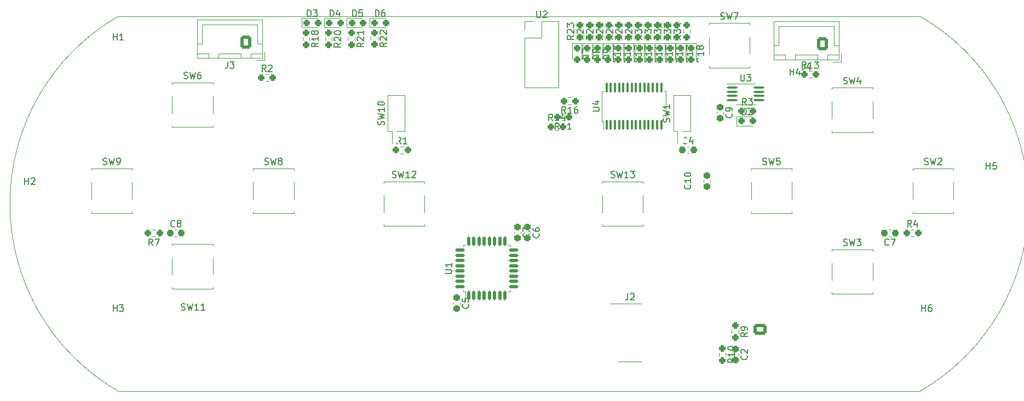
<source format=gbr>
%TF.GenerationSoftware,KiCad,Pcbnew,7.0.5-7.0.5~ubuntu20.04.1*%
%TF.CreationDate,2023-06-19T07:22:00+00:00*%
%TF.ProjectId,Controler_NRF24L01_Exclude_v3,436f6e74-726f-46c6-9572-5f4e52463234,rev?*%
%TF.SameCoordinates,Original*%
%TF.FileFunction,Legend,Top*%
%TF.FilePolarity,Positive*%
%FSLAX45Y45*%
G04 Gerber Fmt 4.5, Leading zero omitted, Abs format (unit mm)*
G04 Created by KiCad (PCBNEW 7.0.5-7.0.5~ubuntu20.04.1) date 2023-06-19 07:22:00*
%MOMM*%
%LPD*%
G01*
G04 APERTURE LIST*
G04 Aperture macros list*
%AMRoundRect*
0 Rectangle with rounded corners*
0 $1 Rounding radius*
0 $2 $3 $4 $5 $6 $7 $8 $9 X,Y pos of 4 corners*
0 Add a 4 corners polygon primitive as box body*
4,1,4,$2,$3,$4,$5,$6,$7,$8,$9,$2,$3,0*
0 Add four circle primitives for the rounded corners*
1,1,$1+$1,$2,$3*
1,1,$1+$1,$4,$5*
1,1,$1+$1,$6,$7*
1,1,$1+$1,$8,$9*
0 Add four rect primitives between the rounded corners*
20,1,$1+$1,$2,$3,$4,$5,0*
20,1,$1+$1,$4,$5,$6,$7,0*
20,1,$1+$1,$6,$7,$8,$9,0*
20,1,$1+$1,$8,$9,$2,$3,0*%
G04 Aperture macros list end*
%TA.AperFunction,Profile*%
%ADD10C,0.050000*%
%TD*%
%TA.AperFunction,Profile*%
%ADD11C,0.100000*%
%TD*%
%ADD12C,0.150000*%
%ADD13C,0.120000*%
%ADD14RoundRect,0.237500X-0.237500X0.287500X-0.237500X-0.287500X0.237500X-0.287500X0.237500X0.287500X0*%
%ADD15RoundRect,0.237500X-0.287500X-0.237500X0.287500X-0.237500X0.287500X0.237500X-0.287500X0.237500X0*%
%ADD16RoundRect,0.237500X-0.250000X-0.237500X0.250000X-0.237500X0.250000X0.237500X-0.250000X0.237500X0*%
%ADD17R,0.760000X1.600000*%
%ADD18RoundRect,0.237500X0.237500X-0.250000X0.237500X0.250000X-0.237500X0.250000X-0.237500X-0.250000X0*%
%ADD19RoundRect,0.237500X0.250000X0.237500X-0.250000X0.237500X-0.250000X-0.237500X0.250000X-0.237500X0*%
%ADD20RoundRect,0.237500X-0.300000X-0.237500X0.300000X-0.237500X0.300000X0.237500X-0.300000X0.237500X0*%
%ADD21C,5.600000*%
%ADD22R,1.550000X1.300000*%
%ADD23RoundRect,0.250000X0.600000X0.725000X-0.600000X0.725000X-0.600000X-0.725000X0.600000X-0.725000X0*%
%ADD24O,1.700000X1.950000*%
%ADD25RoundRect,0.125000X0.125000X-0.625000X0.125000X0.625000X-0.125000X0.625000X-0.125000X-0.625000X0*%
%ADD26RoundRect,0.125000X0.625000X-0.125000X0.625000X0.125000X-0.625000X0.125000X-0.625000X-0.125000X0*%
%ADD27RoundRect,0.237500X-0.237500X0.250000X-0.237500X-0.250000X0.237500X-0.250000X0.237500X0.250000X0*%
%ADD28R,1.700000X1.700000*%
%ADD29O,1.700000X1.700000*%
%ADD30RoundRect,0.237500X-0.237500X0.300000X-0.237500X-0.300000X0.237500X-0.300000X0.237500X0.300000X0*%
%ADD31RoundRect,0.100000X-0.712500X-0.100000X0.712500X-0.100000X0.712500X0.100000X-0.712500X0.100000X0*%
%ADD32RoundRect,0.237500X0.300000X0.237500X-0.300000X0.237500X-0.300000X-0.237500X0.300000X-0.237500X0*%
%ADD33R,2.400000X0.740000*%
%ADD34RoundRect,0.100000X0.100000X-0.637500X0.100000X0.637500X-0.100000X0.637500X-0.100000X-0.637500X0*%
%ADD35RoundRect,0.250000X-0.750000X0.600000X-0.750000X-0.600000X0.750000X-0.600000X0.750000X0.600000X0*%
%ADD36O,2.000000X1.700000*%
G04 APERTURE END LIST*
D10*
X20569000Y-12290000D02*
G75*
G03*
X20569000Y-6490000I-1674316J2900000D01*
G01*
D11*
X8169000Y-6490000D02*
X20569000Y-6490000D01*
X8169000Y-12290000D02*
X20569000Y-12290000D01*
D10*
X8169000Y-6490000D02*
G75*
G03*
X8169000Y-12290000I1674316J-2900000D01*
G01*
D12*
X16894982Y-7191428D02*
X16794982Y-7191428D01*
X16794982Y-7191428D02*
X16794982Y-7167619D01*
X16794982Y-7167619D02*
X16799744Y-7153333D01*
X16799744Y-7153333D02*
X16809268Y-7143809D01*
X16809268Y-7143809D02*
X16818791Y-7139048D01*
X16818791Y-7139048D02*
X16837839Y-7134286D01*
X16837839Y-7134286D02*
X16852125Y-7134286D01*
X16852125Y-7134286D02*
X16871172Y-7139048D01*
X16871172Y-7139048D02*
X16880696Y-7143809D01*
X16880696Y-7143809D02*
X16890220Y-7153333D01*
X16890220Y-7153333D02*
X16894982Y-7167619D01*
X16894982Y-7167619D02*
X16894982Y-7191428D01*
X16894982Y-7039048D02*
X16894982Y-7096190D01*
X16894982Y-7067619D02*
X16794982Y-7067619D01*
X16794982Y-7067619D02*
X16809268Y-7077143D01*
X16809268Y-7077143D02*
X16818791Y-7086667D01*
X16818791Y-7086667D02*
X16823553Y-7096190D01*
X16794982Y-6953333D02*
X16794982Y-6972381D01*
X16794982Y-6972381D02*
X16799744Y-6981905D01*
X16799744Y-6981905D02*
X16804506Y-6986667D01*
X16804506Y-6986667D02*
X16818791Y-6996190D01*
X16818791Y-6996190D02*
X16837839Y-7000952D01*
X16837839Y-7000952D02*
X16875934Y-7000952D01*
X16875934Y-7000952D02*
X16885458Y-6996190D01*
X16885458Y-6996190D02*
X16890220Y-6991428D01*
X16890220Y-6991428D02*
X16894982Y-6981905D01*
X16894982Y-6981905D02*
X16894982Y-6962857D01*
X16894982Y-6962857D02*
X16890220Y-6953333D01*
X16890220Y-6953333D02*
X16885458Y-6948571D01*
X16885458Y-6948571D02*
X16875934Y-6943809D01*
X16875934Y-6943809D02*
X16852125Y-6943809D01*
X16852125Y-6943809D02*
X16842601Y-6948571D01*
X16842601Y-6948571D02*
X16837839Y-6953333D01*
X16837839Y-6953333D02*
X16833077Y-6962857D01*
X16833077Y-6962857D02*
X16833077Y-6981905D01*
X16833077Y-6981905D02*
X16837839Y-6991428D01*
X16837839Y-6991428D02*
X16842601Y-6996190D01*
X16842601Y-6996190D02*
X16852125Y-7000952D01*
X17821191Y-8012482D02*
X17821191Y-7912482D01*
X17821191Y-7912482D02*
X17845000Y-7912482D01*
X17845000Y-7912482D02*
X17859286Y-7917244D01*
X17859286Y-7917244D02*
X17868810Y-7926768D01*
X17868810Y-7926768D02*
X17873571Y-7936291D01*
X17873571Y-7936291D02*
X17878333Y-7955339D01*
X17878333Y-7955339D02*
X17878333Y-7969625D01*
X17878333Y-7969625D02*
X17873571Y-7988672D01*
X17873571Y-7988672D02*
X17868810Y-7998196D01*
X17868810Y-7998196D02*
X17859286Y-8007720D01*
X17859286Y-8007720D02*
X17845000Y-8012482D01*
X17845000Y-8012482D02*
X17821191Y-8012482D01*
X17916429Y-7922006D02*
X17921191Y-7917244D01*
X17921191Y-7917244D02*
X17930714Y-7912482D01*
X17930714Y-7912482D02*
X17954524Y-7912482D01*
X17954524Y-7912482D02*
X17964048Y-7917244D01*
X17964048Y-7917244D02*
X17968810Y-7922006D01*
X17968810Y-7922006D02*
X17973571Y-7931529D01*
X17973571Y-7931529D02*
X17973571Y-7941053D01*
X17973571Y-7941053D02*
X17968810Y-7955339D01*
X17968810Y-7955339D02*
X17911667Y-8012482D01*
X17911667Y-8012482D02*
X17973571Y-8012482D01*
X15769982Y-7146309D02*
X15669982Y-7146309D01*
X15669982Y-7146309D02*
X15669982Y-7122500D01*
X15669982Y-7122500D02*
X15674744Y-7108214D01*
X15674744Y-7108214D02*
X15684268Y-7098690D01*
X15684268Y-7098690D02*
X15693791Y-7093928D01*
X15693791Y-7093928D02*
X15712839Y-7089167D01*
X15712839Y-7089167D02*
X15727125Y-7089167D01*
X15727125Y-7089167D02*
X15746172Y-7093928D01*
X15746172Y-7093928D02*
X15755696Y-7098690D01*
X15755696Y-7098690D02*
X15765220Y-7108214D01*
X15765220Y-7108214D02*
X15769982Y-7122500D01*
X15769982Y-7122500D02*
X15769982Y-7146309D01*
X15769982Y-7041547D02*
X15769982Y-7022500D01*
X15769982Y-7022500D02*
X15765220Y-7012976D01*
X15765220Y-7012976D02*
X15760458Y-7008214D01*
X15760458Y-7008214D02*
X15746172Y-6998690D01*
X15746172Y-6998690D02*
X15727125Y-6993928D01*
X15727125Y-6993928D02*
X15689029Y-6993928D01*
X15689029Y-6993928D02*
X15679506Y-6998690D01*
X15679506Y-6998690D02*
X15674744Y-7003452D01*
X15674744Y-7003452D02*
X15669982Y-7012976D01*
X15669982Y-7012976D02*
X15669982Y-7032024D01*
X15669982Y-7032024D02*
X15674744Y-7041547D01*
X15674744Y-7041547D02*
X15679506Y-7046309D01*
X15679506Y-7046309D02*
X15689029Y-7051071D01*
X15689029Y-7051071D02*
X15712839Y-7051071D01*
X15712839Y-7051071D02*
X15722363Y-7046309D01*
X15722363Y-7046309D02*
X15727125Y-7041547D01*
X15727125Y-7041547D02*
X15731887Y-7032024D01*
X15731887Y-7032024D02*
X15731887Y-7012976D01*
X15731887Y-7012976D02*
X15727125Y-7003452D01*
X15727125Y-7003452D02*
X15722363Y-6998690D01*
X15722363Y-6998690D02*
X15712839Y-6993928D01*
X17878333Y-7860082D02*
X17845000Y-7812463D01*
X17821191Y-7860082D02*
X17821191Y-7760082D01*
X17821191Y-7760082D02*
X17859286Y-7760082D01*
X17859286Y-7760082D02*
X17868810Y-7764844D01*
X17868810Y-7764844D02*
X17873571Y-7769606D01*
X17873571Y-7769606D02*
X17878333Y-7779129D01*
X17878333Y-7779129D02*
X17878333Y-7793415D01*
X17878333Y-7793415D02*
X17873571Y-7802939D01*
X17873571Y-7802939D02*
X17868810Y-7807701D01*
X17868810Y-7807701D02*
X17859286Y-7812463D01*
X17859286Y-7812463D02*
X17821191Y-7812463D01*
X17911667Y-7760082D02*
X17973571Y-7760082D01*
X17973571Y-7760082D02*
X17940238Y-7798177D01*
X17940238Y-7798177D02*
X17954524Y-7798177D01*
X17954524Y-7798177D02*
X17964048Y-7802939D01*
X17964048Y-7802939D02*
X17968810Y-7807701D01*
X17968810Y-7807701D02*
X17973571Y-7817225D01*
X17973571Y-7817225D02*
X17973571Y-7841034D01*
X17973571Y-7841034D02*
X17968810Y-7850558D01*
X17968810Y-7850558D02*
X17964048Y-7855320D01*
X17964048Y-7855320D02*
X17954524Y-7860082D01*
X17954524Y-7860082D02*
X17925952Y-7860082D01*
X17925952Y-7860082D02*
X17916429Y-7855320D01*
X17916429Y-7855320D02*
X17911667Y-7850558D01*
X12276720Y-8170952D02*
X12281482Y-8156667D01*
X12281482Y-8156667D02*
X12281482Y-8132857D01*
X12281482Y-8132857D02*
X12276720Y-8123333D01*
X12276720Y-8123333D02*
X12271958Y-8118571D01*
X12271958Y-8118571D02*
X12262434Y-8113809D01*
X12262434Y-8113809D02*
X12252910Y-8113809D01*
X12252910Y-8113809D02*
X12243387Y-8118571D01*
X12243387Y-8118571D02*
X12238625Y-8123333D01*
X12238625Y-8123333D02*
X12233863Y-8132857D01*
X12233863Y-8132857D02*
X12229101Y-8151905D01*
X12229101Y-8151905D02*
X12224339Y-8161428D01*
X12224339Y-8161428D02*
X12219577Y-8166190D01*
X12219577Y-8166190D02*
X12210053Y-8170952D01*
X12210053Y-8170952D02*
X12200529Y-8170952D01*
X12200529Y-8170952D02*
X12191006Y-8166190D01*
X12191006Y-8166190D02*
X12186244Y-8161428D01*
X12186244Y-8161428D02*
X12181482Y-8151905D01*
X12181482Y-8151905D02*
X12181482Y-8128095D01*
X12181482Y-8128095D02*
X12186244Y-8113809D01*
X12181482Y-8080476D02*
X12281482Y-8056667D01*
X12281482Y-8056667D02*
X12210053Y-8037619D01*
X12210053Y-8037619D02*
X12281482Y-8018571D01*
X12281482Y-8018571D02*
X12181482Y-7994762D01*
X12281482Y-7904286D02*
X12281482Y-7961428D01*
X12281482Y-7932857D02*
X12181482Y-7932857D01*
X12181482Y-7932857D02*
X12195768Y-7942381D01*
X12195768Y-7942381D02*
X12205291Y-7951905D01*
X12205291Y-7951905D02*
X12210053Y-7961428D01*
X12181482Y-7842381D02*
X12181482Y-7832857D01*
X12181482Y-7832857D02*
X12186244Y-7823333D01*
X12186244Y-7823333D02*
X12191006Y-7818571D01*
X12191006Y-7818571D02*
X12200529Y-7813809D01*
X12200529Y-7813809D02*
X12219577Y-7809048D01*
X12219577Y-7809048D02*
X12243387Y-7809048D01*
X12243387Y-7809048D02*
X12262434Y-7813809D01*
X12262434Y-7813809D02*
X12271958Y-7818571D01*
X12271958Y-7818571D02*
X12276720Y-7823333D01*
X12276720Y-7823333D02*
X12281482Y-7832857D01*
X12281482Y-7832857D02*
X12281482Y-7842381D01*
X12281482Y-7842381D02*
X12276720Y-7851905D01*
X12276720Y-7851905D02*
X12271958Y-7856667D01*
X12271958Y-7856667D02*
X12262434Y-7861428D01*
X12262434Y-7861428D02*
X12243387Y-7866190D01*
X12243387Y-7866190D02*
X12219577Y-7866190D01*
X12219577Y-7866190D02*
X12200529Y-7861428D01*
X12200529Y-7861428D02*
X12191006Y-7856667D01*
X12191006Y-7856667D02*
X12186244Y-7851905D01*
X12186244Y-7851905D02*
X12181482Y-7842381D01*
X17054982Y-7191428D02*
X16954982Y-7191428D01*
X16954982Y-7191428D02*
X16954982Y-7167619D01*
X16954982Y-7167619D02*
X16959744Y-7153333D01*
X16959744Y-7153333D02*
X16969268Y-7143809D01*
X16969268Y-7143809D02*
X16978791Y-7139048D01*
X16978791Y-7139048D02*
X16997839Y-7134286D01*
X16997839Y-7134286D02*
X17012125Y-7134286D01*
X17012125Y-7134286D02*
X17031172Y-7139048D01*
X17031172Y-7139048D02*
X17040696Y-7143809D01*
X17040696Y-7143809D02*
X17050220Y-7153333D01*
X17050220Y-7153333D02*
X17054982Y-7167619D01*
X17054982Y-7167619D02*
X17054982Y-7191428D01*
X17054982Y-7039048D02*
X17054982Y-7096190D01*
X17054982Y-7067619D02*
X16954982Y-7067619D01*
X16954982Y-7067619D02*
X16969268Y-7077143D01*
X16969268Y-7077143D02*
X16978791Y-7086667D01*
X16978791Y-7086667D02*
X16983553Y-7096190D01*
X16954982Y-7005714D02*
X16954982Y-6939048D01*
X16954982Y-6939048D02*
X17054982Y-6981905D01*
X16711482Y-6785536D02*
X16663863Y-6818869D01*
X16711482Y-6842678D02*
X16611482Y-6842678D01*
X16611482Y-6842678D02*
X16611482Y-6804583D01*
X16611482Y-6804583D02*
X16616244Y-6795059D01*
X16616244Y-6795059D02*
X16621006Y-6790298D01*
X16621006Y-6790298D02*
X16630529Y-6785536D01*
X16630529Y-6785536D02*
X16644815Y-6785536D01*
X16644815Y-6785536D02*
X16654339Y-6790298D01*
X16654339Y-6790298D02*
X16659101Y-6795059D01*
X16659101Y-6795059D02*
X16663863Y-6804583D01*
X16663863Y-6804583D02*
X16663863Y-6842678D01*
X16611482Y-6752202D02*
X16611482Y-6690298D01*
X16611482Y-6690298D02*
X16649577Y-6723631D01*
X16649577Y-6723631D02*
X16649577Y-6709345D01*
X16649577Y-6709345D02*
X16654339Y-6699821D01*
X16654339Y-6699821D02*
X16659101Y-6695059D01*
X16659101Y-6695059D02*
X16668625Y-6690298D01*
X16668625Y-6690298D02*
X16692434Y-6690298D01*
X16692434Y-6690298D02*
X16701958Y-6695059D01*
X16701958Y-6695059D02*
X16706720Y-6699821D01*
X16706720Y-6699821D02*
X16711482Y-6709345D01*
X16711482Y-6709345D02*
X16711482Y-6737917D01*
X16711482Y-6737917D02*
X16706720Y-6747440D01*
X16706720Y-6747440D02*
X16701958Y-6752202D01*
X16611482Y-6656964D02*
X16611482Y-6595059D01*
X16611482Y-6595059D02*
X16649577Y-6628393D01*
X16649577Y-6628393D02*
X16649577Y-6614107D01*
X16649577Y-6614107D02*
X16654339Y-6604583D01*
X16654339Y-6604583D02*
X16659101Y-6599821D01*
X16659101Y-6599821D02*
X16668625Y-6595059D01*
X16668625Y-6595059D02*
X16692434Y-6595059D01*
X16692434Y-6595059D02*
X16701958Y-6599821D01*
X16701958Y-6599821D02*
X16706720Y-6604583D01*
X16706720Y-6604583D02*
X16711482Y-6614107D01*
X16711482Y-6614107D02*
X16711482Y-6642678D01*
X16711482Y-6642678D02*
X16706720Y-6652202D01*
X16706720Y-6652202D02*
X16701958Y-6656964D01*
X16414982Y-7191428D02*
X16314982Y-7191428D01*
X16314982Y-7191428D02*
X16314982Y-7167619D01*
X16314982Y-7167619D02*
X16319744Y-7153333D01*
X16319744Y-7153333D02*
X16329268Y-7143809D01*
X16329268Y-7143809D02*
X16338791Y-7139048D01*
X16338791Y-7139048D02*
X16357839Y-7134286D01*
X16357839Y-7134286D02*
X16372125Y-7134286D01*
X16372125Y-7134286D02*
X16391172Y-7139048D01*
X16391172Y-7139048D02*
X16400696Y-7143809D01*
X16400696Y-7143809D02*
X16410220Y-7153333D01*
X16410220Y-7153333D02*
X16414982Y-7167619D01*
X16414982Y-7167619D02*
X16414982Y-7191428D01*
X16414982Y-7039048D02*
X16414982Y-7096190D01*
X16414982Y-7067619D02*
X16314982Y-7067619D01*
X16314982Y-7067619D02*
X16329268Y-7077143D01*
X16329268Y-7077143D02*
X16338791Y-7086667D01*
X16338791Y-7086667D02*
X16343553Y-7096190D01*
X16314982Y-7005714D02*
X16314982Y-6943809D01*
X16314982Y-6943809D02*
X16353077Y-6977143D01*
X16353077Y-6977143D02*
X16353077Y-6962857D01*
X16353077Y-6962857D02*
X16357839Y-6953333D01*
X16357839Y-6953333D02*
X16362601Y-6948571D01*
X16362601Y-6948571D02*
X16372125Y-6943809D01*
X16372125Y-6943809D02*
X16395934Y-6943809D01*
X16395934Y-6943809D02*
X16405458Y-6948571D01*
X16405458Y-6948571D02*
X16410220Y-6953333D01*
X16410220Y-6953333D02*
X16414982Y-6962857D01*
X16414982Y-6962857D02*
X16414982Y-6991428D01*
X16414982Y-6991428D02*
X16410220Y-7000952D01*
X16410220Y-7000952D02*
X16405458Y-7005714D01*
X14985714Y-8238482D02*
X14952381Y-8190863D01*
X14928571Y-8238482D02*
X14928571Y-8138482D01*
X14928571Y-8138482D02*
X14966667Y-8138482D01*
X14966667Y-8138482D02*
X14976190Y-8143244D01*
X14976190Y-8143244D02*
X14980952Y-8148006D01*
X14980952Y-8148006D02*
X14985714Y-8157529D01*
X14985714Y-8157529D02*
X14985714Y-8171815D01*
X14985714Y-8171815D02*
X14980952Y-8181339D01*
X14980952Y-8181339D02*
X14976190Y-8186101D01*
X14976190Y-8186101D02*
X14966667Y-8190863D01*
X14966667Y-8190863D02*
X14928571Y-8190863D01*
X15080952Y-8238482D02*
X15023809Y-8238482D01*
X15052381Y-8238482D02*
X15052381Y-8138482D01*
X15052381Y-8138482D02*
X15042857Y-8152768D01*
X15042857Y-8152768D02*
X15033333Y-8162291D01*
X15033333Y-8162291D02*
X15023809Y-8167053D01*
X15176190Y-8238482D02*
X15119048Y-8238482D01*
X15147619Y-8238482D02*
X15147619Y-8138482D01*
X15147619Y-8138482D02*
X15138095Y-8152768D01*
X15138095Y-8152768D02*
X15128571Y-8162291D01*
X15128571Y-8162291D02*
X15119048Y-8167053D01*
X11445190Y-6492482D02*
X11445190Y-6392482D01*
X11445190Y-6392482D02*
X11469000Y-6392482D01*
X11469000Y-6392482D02*
X11483286Y-6397244D01*
X11483286Y-6397244D02*
X11492809Y-6406768D01*
X11492809Y-6406768D02*
X11497571Y-6416291D01*
X11497571Y-6416291D02*
X11502333Y-6435339D01*
X11502333Y-6435339D02*
X11502333Y-6449625D01*
X11502333Y-6449625D02*
X11497571Y-6468672D01*
X11497571Y-6468672D02*
X11492809Y-6478196D01*
X11492809Y-6478196D02*
X11483286Y-6487720D01*
X11483286Y-6487720D02*
X11469000Y-6492482D01*
X11469000Y-6492482D02*
X11445190Y-6492482D01*
X11588048Y-6425815D02*
X11588048Y-6492482D01*
X11564238Y-6387720D02*
X11540429Y-6459148D01*
X11540429Y-6459148D02*
X11602333Y-6459148D01*
X16961833Y-8452958D02*
X16957071Y-8457720D01*
X16957071Y-8457720D02*
X16942786Y-8462482D01*
X16942786Y-8462482D02*
X16933262Y-8462482D01*
X16933262Y-8462482D02*
X16918976Y-8457720D01*
X16918976Y-8457720D02*
X16909452Y-8448196D01*
X16909452Y-8448196D02*
X16904691Y-8438672D01*
X16904691Y-8438672D02*
X16899929Y-8419625D01*
X16899929Y-8419625D02*
X16899929Y-8405339D01*
X16899929Y-8405339D02*
X16904691Y-8386291D01*
X16904691Y-8386291D02*
X16909452Y-8376768D01*
X16909452Y-8376768D02*
X16918976Y-8367244D01*
X16918976Y-8367244D02*
X16933262Y-8362482D01*
X16933262Y-8362482D02*
X16942786Y-8362482D01*
X16942786Y-8362482D02*
X16957071Y-8367244D01*
X16957071Y-8367244D02*
X16961833Y-8372006D01*
X17047548Y-8395815D02*
X17047548Y-8462482D01*
X17023738Y-8357720D02*
X16999929Y-8429149D01*
X16999929Y-8429149D02*
X17061833Y-8429149D01*
X15961482Y-6785536D02*
X15913863Y-6818869D01*
X15961482Y-6842678D02*
X15861482Y-6842678D01*
X15861482Y-6842678D02*
X15861482Y-6804583D01*
X15861482Y-6804583D02*
X15866244Y-6795059D01*
X15866244Y-6795059D02*
X15871006Y-6790298D01*
X15871006Y-6790298D02*
X15880529Y-6785536D01*
X15880529Y-6785536D02*
X15894815Y-6785536D01*
X15894815Y-6785536D02*
X15904339Y-6790298D01*
X15904339Y-6790298D02*
X15909101Y-6795059D01*
X15909101Y-6795059D02*
X15913863Y-6804583D01*
X15913863Y-6804583D02*
X15913863Y-6842678D01*
X15871006Y-6747440D02*
X15866244Y-6742678D01*
X15866244Y-6742678D02*
X15861482Y-6733155D01*
X15861482Y-6733155D02*
X15861482Y-6709345D01*
X15861482Y-6709345D02*
X15866244Y-6699821D01*
X15866244Y-6699821D02*
X15871006Y-6695059D01*
X15871006Y-6695059D02*
X15880529Y-6690298D01*
X15880529Y-6690298D02*
X15890053Y-6690298D01*
X15890053Y-6690298D02*
X15904339Y-6695059D01*
X15904339Y-6695059D02*
X15961482Y-6752202D01*
X15961482Y-6752202D02*
X15961482Y-6690298D01*
X15904339Y-6633155D02*
X15899577Y-6642678D01*
X15899577Y-6642678D02*
X15894815Y-6647440D01*
X15894815Y-6647440D02*
X15885291Y-6652202D01*
X15885291Y-6652202D02*
X15880529Y-6652202D01*
X15880529Y-6652202D02*
X15871006Y-6647440D01*
X15871006Y-6647440D02*
X15866244Y-6642678D01*
X15866244Y-6642678D02*
X15861482Y-6633155D01*
X15861482Y-6633155D02*
X15861482Y-6614107D01*
X15861482Y-6614107D02*
X15866244Y-6604583D01*
X15866244Y-6604583D02*
X15871006Y-6599821D01*
X15871006Y-6599821D02*
X15880529Y-6595059D01*
X15880529Y-6595059D02*
X15885291Y-6595059D01*
X15885291Y-6595059D02*
X15894815Y-6599821D01*
X15894815Y-6599821D02*
X15899577Y-6604583D01*
X15899577Y-6604583D02*
X15904339Y-6614107D01*
X15904339Y-6614107D02*
X15904339Y-6633155D01*
X15904339Y-6633155D02*
X15909101Y-6642678D01*
X15909101Y-6642678D02*
X15913863Y-6647440D01*
X15913863Y-6647440D02*
X15923387Y-6652202D01*
X15923387Y-6652202D02*
X15942434Y-6652202D01*
X15942434Y-6652202D02*
X15951958Y-6647440D01*
X15951958Y-6647440D02*
X15956720Y-6642678D01*
X15956720Y-6642678D02*
X15961482Y-6633155D01*
X15961482Y-6633155D02*
X15961482Y-6614107D01*
X15961482Y-6614107D02*
X15956720Y-6604583D01*
X15956720Y-6604583D02*
X15951958Y-6599821D01*
X15951958Y-6599821D02*
X15942434Y-6595059D01*
X15942434Y-6595059D02*
X15923387Y-6595059D01*
X15923387Y-6595059D02*
X15913863Y-6599821D01*
X15913863Y-6599821D02*
X15909101Y-6604583D01*
X15909101Y-6604583D02*
X15904339Y-6614107D01*
X8092809Y-6855482D02*
X8092809Y-6755482D01*
X8092809Y-6803101D02*
X8149952Y-6803101D01*
X8149952Y-6855482D02*
X8149952Y-6755482D01*
X8249952Y-6855482D02*
X8192809Y-6855482D01*
X8221381Y-6855482D02*
X8221381Y-6755482D01*
X8221381Y-6755482D02*
X8211857Y-6769768D01*
X8211857Y-6769768D02*
X8202333Y-6779291D01*
X8202333Y-6779291D02*
X8192809Y-6784053D01*
X15361482Y-6785536D02*
X15313863Y-6818869D01*
X15361482Y-6842678D02*
X15261482Y-6842678D01*
X15261482Y-6842678D02*
X15261482Y-6804583D01*
X15261482Y-6804583D02*
X15266244Y-6795059D01*
X15266244Y-6795059D02*
X15271006Y-6790298D01*
X15271006Y-6790298D02*
X15280529Y-6785536D01*
X15280529Y-6785536D02*
X15294815Y-6785536D01*
X15294815Y-6785536D02*
X15304339Y-6790298D01*
X15304339Y-6790298D02*
X15309101Y-6795059D01*
X15309101Y-6795059D02*
X15313863Y-6804583D01*
X15313863Y-6804583D02*
X15313863Y-6842678D01*
X15271006Y-6747440D02*
X15266244Y-6742678D01*
X15266244Y-6742678D02*
X15261482Y-6733155D01*
X15261482Y-6733155D02*
X15261482Y-6709345D01*
X15261482Y-6709345D02*
X15266244Y-6699821D01*
X15266244Y-6699821D02*
X15271006Y-6695059D01*
X15271006Y-6695059D02*
X15280529Y-6690298D01*
X15280529Y-6690298D02*
X15290053Y-6690298D01*
X15290053Y-6690298D02*
X15304339Y-6695059D01*
X15304339Y-6695059D02*
X15361482Y-6752202D01*
X15361482Y-6752202D02*
X15361482Y-6690298D01*
X15294815Y-6604583D02*
X15361482Y-6604583D01*
X15256720Y-6628393D02*
X15328148Y-6652202D01*
X15328148Y-6652202D02*
X15328148Y-6590298D01*
X8092809Y-11055482D02*
X8092809Y-10955482D01*
X8092809Y-11003101D02*
X8149952Y-11003101D01*
X8149952Y-11055482D02*
X8149952Y-10955482D01*
X8188048Y-10955482D02*
X8249952Y-10955482D01*
X8249952Y-10955482D02*
X8216619Y-10993577D01*
X8216619Y-10993577D02*
X8230905Y-10993577D01*
X8230905Y-10993577D02*
X8240428Y-10998339D01*
X8240428Y-10998339D02*
X8245190Y-11003101D01*
X8245190Y-11003101D02*
X8249952Y-11012625D01*
X8249952Y-11012625D02*
X8249952Y-11036434D01*
X8249952Y-11036434D02*
X8245190Y-11045958D01*
X8245190Y-11045958D02*
X8240428Y-11050720D01*
X8240428Y-11050720D02*
X8230905Y-11055482D01*
X8230905Y-11055482D02*
X8202333Y-11055482D01*
X8202333Y-11055482D02*
X8192809Y-11050720D01*
X8192809Y-11050720D02*
X8188048Y-11045958D01*
X15508482Y-6785536D02*
X15460863Y-6818869D01*
X15508482Y-6842678D02*
X15408482Y-6842678D01*
X15408482Y-6842678D02*
X15408482Y-6804583D01*
X15408482Y-6804583D02*
X15413244Y-6795059D01*
X15413244Y-6795059D02*
X15418006Y-6790298D01*
X15418006Y-6790298D02*
X15427529Y-6785536D01*
X15427529Y-6785536D02*
X15441815Y-6785536D01*
X15441815Y-6785536D02*
X15451339Y-6790298D01*
X15451339Y-6790298D02*
X15456101Y-6795059D01*
X15456101Y-6795059D02*
X15460863Y-6804583D01*
X15460863Y-6804583D02*
X15460863Y-6842678D01*
X15418006Y-6747440D02*
X15413244Y-6742678D01*
X15413244Y-6742678D02*
X15408482Y-6733155D01*
X15408482Y-6733155D02*
X15408482Y-6709345D01*
X15408482Y-6709345D02*
X15413244Y-6699821D01*
X15413244Y-6699821D02*
X15418006Y-6695059D01*
X15418006Y-6695059D02*
X15427529Y-6690298D01*
X15427529Y-6690298D02*
X15437053Y-6690298D01*
X15437053Y-6690298D02*
X15451339Y-6695059D01*
X15451339Y-6695059D02*
X15508482Y-6752202D01*
X15508482Y-6752202D02*
X15508482Y-6690298D01*
X15408482Y-6599821D02*
X15408482Y-6647440D01*
X15408482Y-6647440D02*
X15456101Y-6652202D01*
X15456101Y-6652202D02*
X15451339Y-6647440D01*
X15451339Y-6647440D02*
X15446577Y-6637917D01*
X15446577Y-6637917D02*
X15446577Y-6614107D01*
X15446577Y-6614107D02*
X15451339Y-6604583D01*
X15451339Y-6604583D02*
X15456101Y-6599821D01*
X15456101Y-6599821D02*
X15465625Y-6595059D01*
X15465625Y-6595059D02*
X15489434Y-6595059D01*
X15489434Y-6595059D02*
X15498958Y-6599821D01*
X15498958Y-6599821D02*
X15503720Y-6604583D01*
X15503720Y-6604583D02*
X15508482Y-6614107D01*
X15508482Y-6614107D02*
X15508482Y-6637917D01*
X15508482Y-6637917D02*
X15503720Y-6647440D01*
X15503720Y-6647440D02*
X15498958Y-6652202D01*
X16561482Y-6785536D02*
X16513863Y-6818869D01*
X16561482Y-6842678D02*
X16461482Y-6842678D01*
X16461482Y-6842678D02*
X16461482Y-6804583D01*
X16461482Y-6804583D02*
X16466244Y-6795059D01*
X16466244Y-6795059D02*
X16471006Y-6790298D01*
X16471006Y-6790298D02*
X16480529Y-6785536D01*
X16480529Y-6785536D02*
X16494815Y-6785536D01*
X16494815Y-6785536D02*
X16504339Y-6790298D01*
X16504339Y-6790298D02*
X16509101Y-6795059D01*
X16509101Y-6795059D02*
X16513863Y-6804583D01*
X16513863Y-6804583D02*
X16513863Y-6842678D01*
X16461482Y-6752202D02*
X16461482Y-6690298D01*
X16461482Y-6690298D02*
X16499577Y-6723631D01*
X16499577Y-6723631D02*
X16499577Y-6709345D01*
X16499577Y-6709345D02*
X16504339Y-6699821D01*
X16504339Y-6699821D02*
X16509101Y-6695059D01*
X16509101Y-6695059D02*
X16518625Y-6690298D01*
X16518625Y-6690298D02*
X16542434Y-6690298D01*
X16542434Y-6690298D02*
X16551958Y-6695059D01*
X16551958Y-6695059D02*
X16556720Y-6699821D01*
X16556720Y-6699821D02*
X16561482Y-6709345D01*
X16561482Y-6709345D02*
X16561482Y-6737917D01*
X16561482Y-6737917D02*
X16556720Y-6747440D01*
X16556720Y-6747440D02*
X16551958Y-6752202D01*
X16471006Y-6652202D02*
X16466244Y-6647440D01*
X16466244Y-6647440D02*
X16461482Y-6637917D01*
X16461482Y-6637917D02*
X16461482Y-6614107D01*
X16461482Y-6614107D02*
X16466244Y-6604583D01*
X16466244Y-6604583D02*
X16471006Y-6599821D01*
X16471006Y-6599821D02*
X16480529Y-6595059D01*
X16480529Y-6595059D02*
X16490053Y-6595059D01*
X16490053Y-6595059D02*
X16504339Y-6599821D01*
X16504339Y-6599821D02*
X16561482Y-6656964D01*
X16561482Y-6656964D02*
X16561482Y-6595059D01*
X8703131Y-10033482D02*
X8669798Y-9985863D01*
X8645988Y-10033482D02*
X8645988Y-9933482D01*
X8645988Y-9933482D02*
X8684083Y-9933482D01*
X8684083Y-9933482D02*
X8693607Y-9938244D01*
X8693607Y-9938244D02*
X8698369Y-9943006D01*
X8698369Y-9943006D02*
X8703131Y-9952530D01*
X8703131Y-9952530D02*
X8703131Y-9966815D01*
X8703131Y-9966815D02*
X8698369Y-9976339D01*
X8698369Y-9976339D02*
X8693607Y-9981101D01*
X8693607Y-9981101D02*
X8684083Y-9985863D01*
X8684083Y-9985863D02*
X8645988Y-9985863D01*
X8736464Y-9933482D02*
X8803131Y-9933482D01*
X8803131Y-9933482D02*
X8760274Y-10033482D01*
X9185667Y-7450720D02*
X9199952Y-7455482D01*
X9199952Y-7455482D02*
X9223762Y-7455482D01*
X9223762Y-7455482D02*
X9233286Y-7450720D01*
X9233286Y-7450720D02*
X9238048Y-7445958D01*
X9238048Y-7445958D02*
X9242810Y-7436434D01*
X9242810Y-7436434D02*
X9242810Y-7426910D01*
X9242810Y-7426910D02*
X9238048Y-7417387D01*
X9238048Y-7417387D02*
X9233286Y-7412625D01*
X9233286Y-7412625D02*
X9223762Y-7407863D01*
X9223762Y-7407863D02*
X9204714Y-7403101D01*
X9204714Y-7403101D02*
X9195191Y-7398339D01*
X9195191Y-7398339D02*
X9190429Y-7393577D01*
X9190429Y-7393577D02*
X9185667Y-7384053D01*
X9185667Y-7384053D02*
X9185667Y-7374529D01*
X9185667Y-7374529D02*
X9190429Y-7365006D01*
X9190429Y-7365006D02*
X9195191Y-7360244D01*
X9195191Y-7360244D02*
X9204714Y-7355482D01*
X9204714Y-7355482D02*
X9228524Y-7355482D01*
X9228524Y-7355482D02*
X9242810Y-7360244D01*
X9276143Y-7355482D02*
X9299952Y-7455482D01*
X9299952Y-7455482D02*
X9319000Y-7384053D01*
X9319000Y-7384053D02*
X9338048Y-7455482D01*
X9338048Y-7455482D02*
X9361857Y-7355482D01*
X9442810Y-7355482D02*
X9423762Y-7355482D01*
X9423762Y-7355482D02*
X9414238Y-7360244D01*
X9414238Y-7360244D02*
X9409476Y-7365006D01*
X9409476Y-7365006D02*
X9399952Y-7379291D01*
X9399952Y-7379291D02*
X9395191Y-7398339D01*
X9395191Y-7398339D02*
X9395191Y-7436434D01*
X9395191Y-7436434D02*
X9399952Y-7445958D01*
X9399952Y-7445958D02*
X9404714Y-7450720D01*
X9404714Y-7450720D02*
X9414238Y-7455482D01*
X9414238Y-7455482D02*
X9433286Y-7455482D01*
X9433286Y-7455482D02*
X9442810Y-7450720D01*
X9442810Y-7450720D02*
X9447571Y-7445958D01*
X9447571Y-7445958D02*
X9452333Y-7436434D01*
X9452333Y-7436434D02*
X9452333Y-7412625D01*
X9452333Y-7412625D02*
X9447571Y-7403101D01*
X9447571Y-7403101D02*
X9442810Y-7398339D01*
X9442810Y-7398339D02*
X9433286Y-7393577D01*
X9433286Y-7393577D02*
X9414238Y-7393577D01*
X9414238Y-7393577D02*
X9404714Y-7398339D01*
X9404714Y-7398339D02*
X9399952Y-7403101D01*
X9399952Y-7403101D02*
X9395191Y-7412625D01*
X12409048Y-8980720D02*
X12423333Y-8985482D01*
X12423333Y-8985482D02*
X12447143Y-8985482D01*
X12447143Y-8985482D02*
X12456667Y-8980720D01*
X12456667Y-8980720D02*
X12461428Y-8975958D01*
X12461428Y-8975958D02*
X12466190Y-8966434D01*
X12466190Y-8966434D02*
X12466190Y-8956910D01*
X12466190Y-8956910D02*
X12461428Y-8947387D01*
X12461428Y-8947387D02*
X12456667Y-8942625D01*
X12456667Y-8942625D02*
X12447143Y-8937863D01*
X12447143Y-8937863D02*
X12428095Y-8933101D01*
X12428095Y-8933101D02*
X12418571Y-8928339D01*
X12418571Y-8928339D02*
X12413809Y-8923577D01*
X12413809Y-8923577D02*
X12409048Y-8914053D01*
X12409048Y-8914053D02*
X12409048Y-8904530D01*
X12409048Y-8904530D02*
X12413809Y-8895006D01*
X12413809Y-8895006D02*
X12418571Y-8890244D01*
X12418571Y-8890244D02*
X12428095Y-8885482D01*
X12428095Y-8885482D02*
X12451905Y-8885482D01*
X12451905Y-8885482D02*
X12466190Y-8890244D01*
X12499524Y-8885482D02*
X12523333Y-8985482D01*
X12523333Y-8985482D02*
X12542381Y-8914053D01*
X12542381Y-8914053D02*
X12561428Y-8985482D01*
X12561428Y-8985482D02*
X12585238Y-8885482D01*
X12675714Y-8985482D02*
X12618571Y-8985482D01*
X12647143Y-8985482D02*
X12647143Y-8885482D01*
X12647143Y-8885482D02*
X12637619Y-8899768D01*
X12637619Y-8899768D02*
X12628095Y-8909291D01*
X12628095Y-8909291D02*
X12618571Y-8914053D01*
X12713809Y-8895006D02*
X12718571Y-8890244D01*
X12718571Y-8890244D02*
X12728095Y-8885482D01*
X12728095Y-8885482D02*
X12751905Y-8885482D01*
X12751905Y-8885482D02*
X12761428Y-8890244D01*
X12761428Y-8890244D02*
X12766190Y-8895006D01*
X12766190Y-8895006D02*
X12770952Y-8904530D01*
X12770952Y-8904530D02*
X12770952Y-8914053D01*
X12770952Y-8914053D02*
X12766190Y-8928339D01*
X12766190Y-8928339D02*
X12709048Y-8985482D01*
X12709048Y-8985482D02*
X12770952Y-8985482D01*
X14885714Y-8102482D02*
X14852381Y-8054863D01*
X14828571Y-8102482D02*
X14828571Y-8002482D01*
X14828571Y-8002482D02*
X14866667Y-8002482D01*
X14866667Y-8002482D02*
X14876190Y-8007244D01*
X14876190Y-8007244D02*
X14880952Y-8012006D01*
X14880952Y-8012006D02*
X14885714Y-8021529D01*
X14885714Y-8021529D02*
X14885714Y-8035815D01*
X14885714Y-8035815D02*
X14880952Y-8045339D01*
X14880952Y-8045339D02*
X14876190Y-8050101D01*
X14876190Y-8050101D02*
X14866667Y-8054863D01*
X14866667Y-8054863D02*
X14828571Y-8054863D01*
X14980952Y-8102482D02*
X14923809Y-8102482D01*
X14952381Y-8102482D02*
X14952381Y-8002482D01*
X14952381Y-8002482D02*
X14942857Y-8016768D01*
X14942857Y-8016768D02*
X14933333Y-8026291D01*
X14933333Y-8026291D02*
X14923809Y-8031053D01*
X15066667Y-8035815D02*
X15066667Y-8102482D01*
X15042857Y-7997720D02*
X15019048Y-8069148D01*
X15019048Y-8069148D02*
X15080952Y-8069148D01*
X18776067Y-7216682D02*
X18776067Y-7288110D01*
X18776067Y-7288110D02*
X18771305Y-7302396D01*
X18771305Y-7302396D02*
X18761781Y-7311920D01*
X18761781Y-7311920D02*
X18747495Y-7316682D01*
X18747495Y-7316682D02*
X18737971Y-7316682D01*
X18866543Y-7250015D02*
X18866543Y-7316682D01*
X18842733Y-7211920D02*
X18818924Y-7283348D01*
X18818924Y-7283348D02*
X18880829Y-7283348D01*
X18554810Y-7400982D02*
X18554810Y-7300982D01*
X18554810Y-7348601D02*
X18611952Y-7348601D01*
X18611952Y-7400982D02*
X18611952Y-7300982D01*
X18702429Y-7334315D02*
X18702429Y-7400982D01*
X18678619Y-7296220D02*
X18654810Y-7367648D01*
X18654810Y-7367648D02*
X18716714Y-7367648D01*
X16111482Y-6785536D02*
X16063863Y-6818869D01*
X16111482Y-6842678D02*
X16011482Y-6842678D01*
X16011482Y-6842678D02*
X16011482Y-6804583D01*
X16011482Y-6804583D02*
X16016244Y-6795059D01*
X16016244Y-6795059D02*
X16021006Y-6790298D01*
X16021006Y-6790298D02*
X16030529Y-6785536D01*
X16030529Y-6785536D02*
X16044815Y-6785536D01*
X16044815Y-6785536D02*
X16054339Y-6790298D01*
X16054339Y-6790298D02*
X16059101Y-6795059D01*
X16059101Y-6795059D02*
X16063863Y-6804583D01*
X16063863Y-6804583D02*
X16063863Y-6842678D01*
X16021006Y-6747440D02*
X16016244Y-6742678D01*
X16016244Y-6742678D02*
X16011482Y-6733155D01*
X16011482Y-6733155D02*
X16011482Y-6709345D01*
X16011482Y-6709345D02*
X16016244Y-6699821D01*
X16016244Y-6699821D02*
X16021006Y-6695059D01*
X16021006Y-6695059D02*
X16030529Y-6690298D01*
X16030529Y-6690298D02*
X16040053Y-6690298D01*
X16040053Y-6690298D02*
X16054339Y-6695059D01*
X16054339Y-6695059D02*
X16111482Y-6752202D01*
X16111482Y-6752202D02*
X16111482Y-6690298D01*
X16111482Y-6642678D02*
X16111482Y-6623631D01*
X16111482Y-6623631D02*
X16106720Y-6614107D01*
X16106720Y-6614107D02*
X16101958Y-6609345D01*
X16101958Y-6609345D02*
X16087672Y-6599821D01*
X16087672Y-6599821D02*
X16068625Y-6595059D01*
X16068625Y-6595059D02*
X16030529Y-6595059D01*
X16030529Y-6595059D02*
X16021006Y-6599821D01*
X16021006Y-6599821D02*
X16016244Y-6604583D01*
X16016244Y-6604583D02*
X16011482Y-6614107D01*
X16011482Y-6614107D02*
X16011482Y-6633155D01*
X16011482Y-6633155D02*
X16016244Y-6642678D01*
X16016244Y-6642678D02*
X16021006Y-6647440D01*
X16021006Y-6647440D02*
X16030529Y-6652202D01*
X16030529Y-6652202D02*
X16054339Y-6652202D01*
X16054339Y-6652202D02*
X16063863Y-6647440D01*
X16063863Y-6647440D02*
X16068625Y-6642678D01*
X16068625Y-6642678D02*
X16073387Y-6633155D01*
X16073387Y-6633155D02*
X16073387Y-6614107D01*
X16073387Y-6614107D02*
X16068625Y-6604583D01*
X16068625Y-6604583D02*
X16063863Y-6599821D01*
X16063863Y-6599821D02*
X16054339Y-6595059D01*
X13226482Y-10466190D02*
X13307434Y-10466190D01*
X13307434Y-10466190D02*
X13316958Y-10461429D01*
X13316958Y-10461429D02*
X13321720Y-10456667D01*
X13321720Y-10456667D02*
X13326482Y-10447143D01*
X13326482Y-10447143D02*
X13326482Y-10428095D01*
X13326482Y-10428095D02*
X13321720Y-10418571D01*
X13321720Y-10418571D02*
X13316958Y-10413810D01*
X13316958Y-10413810D02*
X13307434Y-10409048D01*
X13307434Y-10409048D02*
X13226482Y-10409048D01*
X13326482Y-10309048D02*
X13326482Y-10366190D01*
X13326482Y-10337619D02*
X13226482Y-10337619D01*
X13226482Y-10337619D02*
X13240768Y-10347143D01*
X13240768Y-10347143D02*
X13250291Y-10356667D01*
X13250291Y-10356667D02*
X13255053Y-10366190D01*
X15609882Y-7146309D02*
X15509882Y-7146309D01*
X15509882Y-7146309D02*
X15509882Y-7122500D01*
X15509882Y-7122500D02*
X15514644Y-7108214D01*
X15514644Y-7108214D02*
X15524168Y-7098690D01*
X15524168Y-7098690D02*
X15533691Y-7093928D01*
X15533691Y-7093928D02*
X15552739Y-7089167D01*
X15552739Y-7089167D02*
X15567025Y-7089167D01*
X15567025Y-7089167D02*
X15586072Y-7093928D01*
X15586072Y-7093928D02*
X15595596Y-7098690D01*
X15595596Y-7098690D02*
X15605120Y-7108214D01*
X15605120Y-7108214D02*
X15609882Y-7122500D01*
X15609882Y-7122500D02*
X15609882Y-7146309D01*
X15552739Y-7032024D02*
X15547977Y-7041547D01*
X15547977Y-7041547D02*
X15543215Y-7046309D01*
X15543215Y-7046309D02*
X15533691Y-7051071D01*
X15533691Y-7051071D02*
X15528929Y-7051071D01*
X15528929Y-7051071D02*
X15519406Y-7046309D01*
X15519406Y-7046309D02*
X15514644Y-7041547D01*
X15514644Y-7041547D02*
X15509882Y-7032024D01*
X15509882Y-7032024D02*
X15509882Y-7012976D01*
X15509882Y-7012976D02*
X15514644Y-7003452D01*
X15514644Y-7003452D02*
X15519406Y-6998690D01*
X15519406Y-6998690D02*
X15528929Y-6993928D01*
X15528929Y-6993928D02*
X15533691Y-6993928D01*
X15533691Y-6993928D02*
X15543215Y-6998690D01*
X15543215Y-6998690D02*
X15547977Y-7003452D01*
X15547977Y-7003452D02*
X15552739Y-7012976D01*
X15552739Y-7012976D02*
X15552739Y-7032024D01*
X15552739Y-7032024D02*
X15557501Y-7041547D01*
X15557501Y-7041547D02*
X15562263Y-7046309D01*
X15562263Y-7046309D02*
X15571787Y-7051071D01*
X15571787Y-7051071D02*
X15590834Y-7051071D01*
X15590834Y-7051071D02*
X15600358Y-7046309D01*
X15600358Y-7046309D02*
X15605120Y-7041547D01*
X15605120Y-7041547D02*
X15609882Y-7032024D01*
X15609882Y-7032024D02*
X15609882Y-7012976D01*
X15609882Y-7012976D02*
X15605120Y-7003452D01*
X15605120Y-7003452D02*
X15600358Y-6998690D01*
X15600358Y-6998690D02*
X15590834Y-6993928D01*
X15590834Y-6993928D02*
X15571787Y-6993928D01*
X15571787Y-6993928D02*
X15562263Y-6998690D01*
X15562263Y-6998690D02*
X15557501Y-7003452D01*
X15557501Y-7003452D02*
X15552739Y-7012976D01*
X17485667Y-6530720D02*
X17499952Y-6535482D01*
X17499952Y-6535482D02*
X17523762Y-6535482D01*
X17523762Y-6535482D02*
X17533286Y-6530720D01*
X17533286Y-6530720D02*
X17538048Y-6525958D01*
X17538048Y-6525958D02*
X17542810Y-6516434D01*
X17542810Y-6516434D02*
X17542810Y-6506910D01*
X17542810Y-6506910D02*
X17538048Y-6497387D01*
X17538048Y-6497387D02*
X17533286Y-6492625D01*
X17533286Y-6492625D02*
X17523762Y-6487863D01*
X17523762Y-6487863D02*
X17504714Y-6483101D01*
X17504714Y-6483101D02*
X17495191Y-6478339D01*
X17495191Y-6478339D02*
X17490429Y-6473577D01*
X17490429Y-6473577D02*
X17485667Y-6464053D01*
X17485667Y-6464053D02*
X17485667Y-6454529D01*
X17485667Y-6454529D02*
X17490429Y-6445006D01*
X17490429Y-6445006D02*
X17495191Y-6440244D01*
X17495191Y-6440244D02*
X17504714Y-6435482D01*
X17504714Y-6435482D02*
X17528524Y-6435482D01*
X17528524Y-6435482D02*
X17542810Y-6440244D01*
X17576143Y-6435482D02*
X17599952Y-6535482D01*
X17599952Y-6535482D02*
X17619000Y-6464053D01*
X17619000Y-6464053D02*
X17638048Y-6535482D01*
X17638048Y-6535482D02*
X17661857Y-6435482D01*
X17690429Y-6435482D02*
X17757095Y-6435482D01*
X17757095Y-6435482D02*
X17714238Y-6535482D01*
X17697482Y-11788036D02*
X17649863Y-11821369D01*
X17697482Y-11845178D02*
X17597482Y-11845178D01*
X17597482Y-11845178D02*
X17597482Y-11807083D01*
X17597482Y-11807083D02*
X17602244Y-11797559D01*
X17602244Y-11797559D02*
X17607006Y-11792798D01*
X17607006Y-11792798D02*
X17616530Y-11788036D01*
X17616530Y-11788036D02*
X17630815Y-11788036D01*
X17630815Y-11788036D02*
X17640339Y-11792798D01*
X17640339Y-11792798D02*
X17645101Y-11797559D01*
X17645101Y-11797559D02*
X17649863Y-11807083D01*
X17649863Y-11807083D02*
X17649863Y-11845178D01*
X17697482Y-11692798D02*
X17697482Y-11749940D01*
X17697482Y-11721369D02*
X17597482Y-11721369D01*
X17597482Y-11721369D02*
X17611768Y-11730893D01*
X17611768Y-11730893D02*
X17621291Y-11740417D01*
X17621291Y-11740417D02*
X17626053Y-11749940D01*
X17597482Y-11630893D02*
X17597482Y-11621369D01*
X17597482Y-11621369D02*
X17602244Y-11611845D01*
X17602244Y-11611845D02*
X17607006Y-11607083D01*
X17607006Y-11607083D02*
X17616530Y-11602321D01*
X17616530Y-11602321D02*
X17635577Y-11597559D01*
X17635577Y-11597559D02*
X17659387Y-11597559D01*
X17659387Y-11597559D02*
X17678434Y-11602321D01*
X17678434Y-11602321D02*
X17687958Y-11607083D01*
X17687958Y-11607083D02*
X17692720Y-11611845D01*
X17692720Y-11611845D02*
X17697482Y-11621369D01*
X17697482Y-11621369D02*
X17697482Y-11630893D01*
X17697482Y-11630893D02*
X17692720Y-11640417D01*
X17692720Y-11640417D02*
X17687958Y-11645178D01*
X17687958Y-11645178D02*
X17678434Y-11649940D01*
X17678434Y-11649940D02*
X17659387Y-11654702D01*
X17659387Y-11654702D02*
X17635577Y-11654702D01*
X17635577Y-11654702D02*
X17616530Y-11649940D01*
X17616530Y-11649940D02*
X17607006Y-11645178D01*
X17607006Y-11645178D02*
X17602244Y-11640417D01*
X17602244Y-11640417D02*
X17597482Y-11630893D01*
X7935667Y-8780720D02*
X7949952Y-8785482D01*
X7949952Y-8785482D02*
X7973762Y-8785482D01*
X7973762Y-8785482D02*
X7983286Y-8780720D01*
X7983286Y-8780720D02*
X7988048Y-8775958D01*
X7988048Y-8775958D02*
X7992809Y-8766434D01*
X7992809Y-8766434D02*
X7992809Y-8756910D01*
X7992809Y-8756910D02*
X7988048Y-8747387D01*
X7988048Y-8747387D02*
X7983286Y-8742625D01*
X7983286Y-8742625D02*
X7973762Y-8737863D01*
X7973762Y-8737863D02*
X7954714Y-8733101D01*
X7954714Y-8733101D02*
X7945190Y-8728339D01*
X7945190Y-8728339D02*
X7940429Y-8723577D01*
X7940429Y-8723577D02*
X7935667Y-8714053D01*
X7935667Y-8714053D02*
X7935667Y-8704530D01*
X7935667Y-8704530D02*
X7940429Y-8695006D01*
X7940429Y-8695006D02*
X7945190Y-8690244D01*
X7945190Y-8690244D02*
X7954714Y-8685482D01*
X7954714Y-8685482D02*
X7978524Y-8685482D01*
X7978524Y-8685482D02*
X7992809Y-8690244D01*
X8026143Y-8685482D02*
X8049952Y-8785482D01*
X8049952Y-8785482D02*
X8069000Y-8714053D01*
X8069000Y-8714053D02*
X8088048Y-8785482D01*
X8088048Y-8785482D02*
X8111857Y-8685482D01*
X8154714Y-8785482D02*
X8173762Y-8785482D01*
X8173762Y-8785482D02*
X8183286Y-8780720D01*
X8183286Y-8780720D02*
X8188048Y-8775958D01*
X8188048Y-8775958D02*
X8197571Y-8761672D01*
X8197571Y-8761672D02*
X8202333Y-8742625D01*
X8202333Y-8742625D02*
X8202333Y-8704530D01*
X8202333Y-8704530D02*
X8197571Y-8695006D01*
X8197571Y-8695006D02*
X8192809Y-8690244D01*
X8192809Y-8690244D02*
X8183286Y-8685482D01*
X8183286Y-8685482D02*
X8164238Y-8685482D01*
X8164238Y-8685482D02*
X8154714Y-8690244D01*
X8154714Y-8690244D02*
X8149952Y-8695006D01*
X8149952Y-8695006D02*
X8145190Y-8704530D01*
X8145190Y-8704530D02*
X8145190Y-8728339D01*
X8145190Y-8728339D02*
X8149952Y-8737863D01*
X8149952Y-8737863D02*
X8154714Y-8742625D01*
X8154714Y-8742625D02*
X8164238Y-8747387D01*
X8164238Y-8747387D02*
X8183286Y-8747387D01*
X8183286Y-8747387D02*
X8192809Y-8742625D01*
X8192809Y-8742625D02*
X8197571Y-8737863D01*
X8197571Y-8737863D02*
X8202333Y-8728339D01*
X9860667Y-7192982D02*
X9860667Y-7264410D01*
X9860667Y-7264410D02*
X9855905Y-7278696D01*
X9855905Y-7278696D02*
X9846381Y-7288220D01*
X9846381Y-7288220D02*
X9832095Y-7292982D01*
X9832095Y-7292982D02*
X9822571Y-7292982D01*
X9898762Y-7192982D02*
X9960667Y-7192982D01*
X9960667Y-7192982D02*
X9927333Y-7231077D01*
X9927333Y-7231077D02*
X9941619Y-7231077D01*
X9941619Y-7231077D02*
X9951143Y-7235839D01*
X9951143Y-7235839D02*
X9955905Y-7240601D01*
X9955905Y-7240601D02*
X9960667Y-7250125D01*
X9960667Y-7250125D02*
X9960667Y-7273934D01*
X9960667Y-7273934D02*
X9955905Y-7283458D01*
X9955905Y-7283458D02*
X9951143Y-7288220D01*
X9951143Y-7288220D02*
X9941619Y-7292982D01*
X9941619Y-7292982D02*
X9913048Y-7292982D01*
X9913048Y-7292982D02*
X9903524Y-7288220D01*
X9903524Y-7288220D02*
X9898762Y-7283458D01*
X15211482Y-6785536D02*
X15163863Y-6818869D01*
X15211482Y-6842678D02*
X15111482Y-6842678D01*
X15111482Y-6842678D02*
X15111482Y-6804583D01*
X15111482Y-6804583D02*
X15116244Y-6795059D01*
X15116244Y-6795059D02*
X15121006Y-6790298D01*
X15121006Y-6790298D02*
X15130529Y-6785536D01*
X15130529Y-6785536D02*
X15144815Y-6785536D01*
X15144815Y-6785536D02*
X15154339Y-6790298D01*
X15154339Y-6790298D02*
X15159101Y-6795059D01*
X15159101Y-6795059D02*
X15163863Y-6804583D01*
X15163863Y-6804583D02*
X15163863Y-6842678D01*
X15121006Y-6747440D02*
X15116244Y-6742678D01*
X15116244Y-6742678D02*
X15111482Y-6733155D01*
X15111482Y-6733155D02*
X15111482Y-6709345D01*
X15111482Y-6709345D02*
X15116244Y-6699821D01*
X15116244Y-6699821D02*
X15121006Y-6695059D01*
X15121006Y-6695059D02*
X15130529Y-6690298D01*
X15130529Y-6690298D02*
X15140053Y-6690298D01*
X15140053Y-6690298D02*
X15154339Y-6695059D01*
X15154339Y-6695059D02*
X15211482Y-6752202D01*
X15211482Y-6752202D02*
X15211482Y-6690298D01*
X15111482Y-6656964D02*
X15111482Y-6595059D01*
X15111482Y-6595059D02*
X15149577Y-6628393D01*
X15149577Y-6628393D02*
X15149577Y-6614107D01*
X15149577Y-6614107D02*
X15154339Y-6604583D01*
X15154339Y-6604583D02*
X15159101Y-6599821D01*
X15159101Y-6599821D02*
X15168625Y-6595059D01*
X15168625Y-6595059D02*
X15192434Y-6595059D01*
X15192434Y-6595059D02*
X15201958Y-6599821D01*
X15201958Y-6599821D02*
X15206720Y-6604583D01*
X15206720Y-6604583D02*
X15211482Y-6614107D01*
X15211482Y-6614107D02*
X15211482Y-6642678D01*
X15211482Y-6642678D02*
X15206720Y-6652202D01*
X15206720Y-6652202D02*
X15201958Y-6656964D01*
X15929982Y-7193928D02*
X15829982Y-7193928D01*
X15829982Y-7193928D02*
X15829982Y-7170119D01*
X15829982Y-7170119D02*
X15834744Y-7155833D01*
X15834744Y-7155833D02*
X15844268Y-7146309D01*
X15844268Y-7146309D02*
X15853791Y-7141548D01*
X15853791Y-7141548D02*
X15872839Y-7136786D01*
X15872839Y-7136786D02*
X15887125Y-7136786D01*
X15887125Y-7136786D02*
X15906172Y-7141548D01*
X15906172Y-7141548D02*
X15915696Y-7146309D01*
X15915696Y-7146309D02*
X15925220Y-7155833D01*
X15925220Y-7155833D02*
X15929982Y-7170119D01*
X15929982Y-7170119D02*
X15929982Y-7193928D01*
X15929982Y-7041548D02*
X15929982Y-7098690D01*
X15929982Y-7070119D02*
X15829982Y-7070119D01*
X15829982Y-7070119D02*
X15844268Y-7079643D01*
X15844268Y-7079643D02*
X15853791Y-7089167D01*
X15853791Y-7089167D02*
X15858553Y-7098690D01*
X15829982Y-6979643D02*
X15829982Y-6970119D01*
X15829982Y-6970119D02*
X15834744Y-6960595D01*
X15834744Y-6960595D02*
X15839506Y-6955833D01*
X15839506Y-6955833D02*
X15849029Y-6951071D01*
X15849029Y-6951071D02*
X15868077Y-6946309D01*
X15868077Y-6946309D02*
X15891887Y-6946309D01*
X15891887Y-6946309D02*
X15910934Y-6951071D01*
X15910934Y-6951071D02*
X15920458Y-6955833D01*
X15920458Y-6955833D02*
X15925220Y-6960595D01*
X15925220Y-6960595D02*
X15929982Y-6970119D01*
X15929982Y-6970119D02*
X15929982Y-6979643D01*
X15929982Y-6979643D02*
X15925220Y-6989167D01*
X15925220Y-6989167D02*
X15920458Y-6993928D01*
X15920458Y-6993928D02*
X15910934Y-6998690D01*
X15910934Y-6998690D02*
X15891887Y-7003452D01*
X15891887Y-7003452D02*
X15868077Y-7003452D01*
X15868077Y-7003452D02*
X15849029Y-6998690D01*
X15849029Y-6998690D02*
X15839506Y-6993928D01*
X15839506Y-6993928D02*
X15834744Y-6989167D01*
X15834744Y-6989167D02*
X15829982Y-6979643D01*
X17217482Y-7191428D02*
X17117482Y-7191428D01*
X17117482Y-7191428D02*
X17117482Y-7167619D01*
X17117482Y-7167619D02*
X17122244Y-7153333D01*
X17122244Y-7153333D02*
X17131768Y-7143809D01*
X17131768Y-7143809D02*
X17141291Y-7139048D01*
X17141291Y-7139048D02*
X17160339Y-7134286D01*
X17160339Y-7134286D02*
X17174625Y-7134286D01*
X17174625Y-7134286D02*
X17193672Y-7139048D01*
X17193672Y-7139048D02*
X17203196Y-7143809D01*
X17203196Y-7143809D02*
X17212720Y-7153333D01*
X17212720Y-7153333D02*
X17217482Y-7167619D01*
X17217482Y-7167619D02*
X17217482Y-7191428D01*
X17217482Y-7039048D02*
X17217482Y-7096190D01*
X17217482Y-7067619D02*
X17117482Y-7067619D01*
X17117482Y-7067619D02*
X17131768Y-7077143D01*
X17131768Y-7077143D02*
X17141291Y-7086667D01*
X17141291Y-7086667D02*
X17146053Y-7096190D01*
X17160339Y-6981905D02*
X17155577Y-6991428D01*
X17155577Y-6991428D02*
X17150815Y-6996190D01*
X17150815Y-6996190D02*
X17141291Y-7000952D01*
X17141291Y-7000952D02*
X17136530Y-7000952D01*
X17136530Y-7000952D02*
X17127006Y-6996190D01*
X17127006Y-6996190D02*
X17122244Y-6991428D01*
X17122244Y-6991428D02*
X17117482Y-6981905D01*
X17117482Y-6981905D02*
X17117482Y-6962857D01*
X17117482Y-6962857D02*
X17122244Y-6953333D01*
X17122244Y-6953333D02*
X17127006Y-6948571D01*
X17127006Y-6948571D02*
X17136530Y-6943809D01*
X17136530Y-6943809D02*
X17141291Y-6943809D01*
X17141291Y-6943809D02*
X17150815Y-6948571D01*
X17150815Y-6948571D02*
X17155577Y-6953333D01*
X17155577Y-6953333D02*
X17160339Y-6962857D01*
X17160339Y-6962857D02*
X17160339Y-6981905D01*
X17160339Y-6981905D02*
X17165101Y-6991428D01*
X17165101Y-6991428D02*
X17169863Y-6996190D01*
X17169863Y-6996190D02*
X17179387Y-7000952D01*
X17179387Y-7000952D02*
X17198434Y-7000952D01*
X17198434Y-7000952D02*
X17207958Y-6996190D01*
X17207958Y-6996190D02*
X17212720Y-6991428D01*
X17212720Y-6991428D02*
X17217482Y-6981905D01*
X17217482Y-6981905D02*
X17217482Y-6962857D01*
X17217482Y-6962857D02*
X17212720Y-6953333D01*
X17212720Y-6953333D02*
X17207958Y-6948571D01*
X17207958Y-6948571D02*
X17198434Y-6943809D01*
X17198434Y-6943809D02*
X17179387Y-6943809D01*
X17179387Y-6943809D02*
X17169863Y-6948571D01*
X17169863Y-6948571D02*
X17165101Y-6953333D01*
X17165101Y-6953333D02*
X17160339Y-6962857D01*
X18135667Y-8780720D02*
X18149952Y-8785482D01*
X18149952Y-8785482D02*
X18173762Y-8785482D01*
X18173762Y-8785482D02*
X18183286Y-8780720D01*
X18183286Y-8780720D02*
X18188048Y-8775958D01*
X18188048Y-8775958D02*
X18192810Y-8766434D01*
X18192810Y-8766434D02*
X18192810Y-8756910D01*
X18192810Y-8756910D02*
X18188048Y-8747387D01*
X18188048Y-8747387D02*
X18183286Y-8742625D01*
X18183286Y-8742625D02*
X18173762Y-8737863D01*
X18173762Y-8737863D02*
X18154714Y-8733101D01*
X18154714Y-8733101D02*
X18145191Y-8728339D01*
X18145191Y-8728339D02*
X18140429Y-8723577D01*
X18140429Y-8723577D02*
X18135667Y-8714053D01*
X18135667Y-8714053D02*
X18135667Y-8704530D01*
X18135667Y-8704530D02*
X18140429Y-8695006D01*
X18140429Y-8695006D02*
X18145191Y-8690244D01*
X18145191Y-8690244D02*
X18154714Y-8685482D01*
X18154714Y-8685482D02*
X18178524Y-8685482D01*
X18178524Y-8685482D02*
X18192810Y-8690244D01*
X18226143Y-8685482D02*
X18249952Y-8785482D01*
X18249952Y-8785482D02*
X18269000Y-8714053D01*
X18269000Y-8714053D02*
X18288048Y-8785482D01*
X18288048Y-8785482D02*
X18311857Y-8685482D01*
X18397571Y-8685482D02*
X18349952Y-8685482D01*
X18349952Y-8685482D02*
X18345191Y-8733101D01*
X18345191Y-8733101D02*
X18349952Y-8728339D01*
X18349952Y-8728339D02*
X18359476Y-8723577D01*
X18359476Y-8723577D02*
X18383286Y-8723577D01*
X18383286Y-8723577D02*
X18392810Y-8728339D01*
X18392810Y-8728339D02*
X18397571Y-8733101D01*
X18397571Y-8733101D02*
X18402333Y-8742625D01*
X18402333Y-8742625D02*
X18402333Y-8766434D01*
X18402333Y-8766434D02*
X18397571Y-8775958D01*
X18397571Y-8775958D02*
X18392810Y-8780720D01*
X18392810Y-8780720D02*
X18383286Y-8785482D01*
X18383286Y-8785482D02*
X18359476Y-8785482D01*
X18359476Y-8785482D02*
X18349952Y-8780720D01*
X18349952Y-8780720D02*
X18345191Y-8775958D01*
X15085714Y-7988482D02*
X15052381Y-7940863D01*
X15028571Y-7988482D02*
X15028571Y-7888482D01*
X15028571Y-7888482D02*
X15066667Y-7888482D01*
X15066667Y-7888482D02*
X15076190Y-7893244D01*
X15076190Y-7893244D02*
X15080952Y-7898006D01*
X15080952Y-7898006D02*
X15085714Y-7907529D01*
X15085714Y-7907529D02*
X15085714Y-7921815D01*
X15085714Y-7921815D02*
X15080952Y-7931339D01*
X15080952Y-7931339D02*
X15076190Y-7936101D01*
X15076190Y-7936101D02*
X15066667Y-7940863D01*
X15066667Y-7940863D02*
X15028571Y-7940863D01*
X15180952Y-7988482D02*
X15123809Y-7988482D01*
X15152381Y-7988482D02*
X15152381Y-7888482D01*
X15152381Y-7888482D02*
X15142857Y-7902768D01*
X15142857Y-7902768D02*
X15133333Y-7912291D01*
X15133333Y-7912291D02*
X15123809Y-7917053D01*
X15266667Y-7888482D02*
X15247619Y-7888482D01*
X15247619Y-7888482D02*
X15238095Y-7893244D01*
X15238095Y-7893244D02*
X15233333Y-7898006D01*
X15233333Y-7898006D02*
X15223809Y-7912291D01*
X15223809Y-7912291D02*
X15219048Y-7931339D01*
X15219048Y-7931339D02*
X15219048Y-7969434D01*
X15219048Y-7969434D02*
X15223809Y-7978958D01*
X15223809Y-7978958D02*
X15228571Y-7983720D01*
X15228571Y-7983720D02*
X15238095Y-7988482D01*
X15238095Y-7988482D02*
X15257143Y-7988482D01*
X15257143Y-7988482D02*
X15266667Y-7983720D01*
X15266667Y-7983720D02*
X15271428Y-7978958D01*
X15271428Y-7978958D02*
X15276190Y-7969434D01*
X15276190Y-7969434D02*
X15276190Y-7945625D01*
X15276190Y-7945625D02*
X15271428Y-7936101D01*
X15271428Y-7936101D02*
X15266667Y-7931339D01*
X15266667Y-7931339D02*
X15257143Y-7926577D01*
X15257143Y-7926577D02*
X15238095Y-7926577D01*
X15238095Y-7926577D02*
X15228571Y-7931339D01*
X15228571Y-7931339D02*
X15223809Y-7936101D01*
X15223809Y-7936101D02*
X15219048Y-7945625D01*
X16411482Y-6785536D02*
X16363863Y-6818869D01*
X16411482Y-6842678D02*
X16311482Y-6842678D01*
X16311482Y-6842678D02*
X16311482Y-6804583D01*
X16311482Y-6804583D02*
X16316244Y-6795059D01*
X16316244Y-6795059D02*
X16321006Y-6790298D01*
X16321006Y-6790298D02*
X16330529Y-6785536D01*
X16330529Y-6785536D02*
X16344815Y-6785536D01*
X16344815Y-6785536D02*
X16354339Y-6790298D01*
X16354339Y-6790298D02*
X16359101Y-6795059D01*
X16359101Y-6795059D02*
X16363863Y-6804583D01*
X16363863Y-6804583D02*
X16363863Y-6842678D01*
X16311482Y-6752202D02*
X16311482Y-6690298D01*
X16311482Y-6690298D02*
X16349577Y-6723631D01*
X16349577Y-6723631D02*
X16349577Y-6709345D01*
X16349577Y-6709345D02*
X16354339Y-6699821D01*
X16354339Y-6699821D02*
X16359101Y-6695059D01*
X16359101Y-6695059D02*
X16368625Y-6690298D01*
X16368625Y-6690298D02*
X16392434Y-6690298D01*
X16392434Y-6690298D02*
X16401958Y-6695059D01*
X16401958Y-6695059D02*
X16406720Y-6699821D01*
X16406720Y-6699821D02*
X16411482Y-6709345D01*
X16411482Y-6709345D02*
X16411482Y-6737917D01*
X16411482Y-6737917D02*
X16406720Y-6747440D01*
X16406720Y-6747440D02*
X16401958Y-6752202D01*
X16411482Y-6595059D02*
X16411482Y-6652202D01*
X16411482Y-6623631D02*
X16311482Y-6623631D01*
X16311482Y-6623631D02*
X16325768Y-6633155D01*
X16325768Y-6633155D02*
X16335291Y-6642678D01*
X16335291Y-6642678D02*
X16340053Y-6652202D01*
X16261482Y-6785536D02*
X16213863Y-6818869D01*
X16261482Y-6842678D02*
X16161482Y-6842678D01*
X16161482Y-6842678D02*
X16161482Y-6804583D01*
X16161482Y-6804583D02*
X16166244Y-6795059D01*
X16166244Y-6795059D02*
X16171006Y-6790298D01*
X16171006Y-6790298D02*
X16180529Y-6785536D01*
X16180529Y-6785536D02*
X16194815Y-6785536D01*
X16194815Y-6785536D02*
X16204339Y-6790298D01*
X16204339Y-6790298D02*
X16209101Y-6795059D01*
X16209101Y-6795059D02*
X16213863Y-6804583D01*
X16213863Y-6804583D02*
X16213863Y-6842678D01*
X16161482Y-6752202D02*
X16161482Y-6690298D01*
X16161482Y-6690298D02*
X16199577Y-6723631D01*
X16199577Y-6723631D02*
X16199577Y-6709345D01*
X16199577Y-6709345D02*
X16204339Y-6699821D01*
X16204339Y-6699821D02*
X16209101Y-6695059D01*
X16209101Y-6695059D02*
X16218625Y-6690298D01*
X16218625Y-6690298D02*
X16242434Y-6690298D01*
X16242434Y-6690298D02*
X16251958Y-6695059D01*
X16251958Y-6695059D02*
X16256720Y-6699821D01*
X16256720Y-6699821D02*
X16261482Y-6709345D01*
X16261482Y-6709345D02*
X16261482Y-6737917D01*
X16261482Y-6737917D02*
X16256720Y-6747440D01*
X16256720Y-6747440D02*
X16251958Y-6752202D01*
X16161482Y-6628393D02*
X16161482Y-6618869D01*
X16161482Y-6618869D02*
X16166244Y-6609345D01*
X16166244Y-6609345D02*
X16171006Y-6604583D01*
X16171006Y-6604583D02*
X16180529Y-6599821D01*
X16180529Y-6599821D02*
X16199577Y-6595059D01*
X16199577Y-6595059D02*
X16223387Y-6595059D01*
X16223387Y-6595059D02*
X16242434Y-6599821D01*
X16242434Y-6599821D02*
X16251958Y-6604583D01*
X16251958Y-6604583D02*
X16256720Y-6609345D01*
X16256720Y-6609345D02*
X16261482Y-6618869D01*
X16261482Y-6618869D02*
X16261482Y-6628393D01*
X16261482Y-6628393D02*
X16256720Y-6637917D01*
X16256720Y-6637917D02*
X16251958Y-6642678D01*
X16251958Y-6642678D02*
X16242434Y-6647440D01*
X16242434Y-6647440D02*
X16223387Y-6652202D01*
X16223387Y-6652202D02*
X16199577Y-6652202D01*
X16199577Y-6652202D02*
X16180529Y-6647440D01*
X16180529Y-6647440D02*
X16171006Y-6642678D01*
X16171006Y-6642678D02*
X16166244Y-6637917D01*
X16166244Y-6637917D02*
X16161482Y-6628393D01*
X16734982Y-7191428D02*
X16634982Y-7191428D01*
X16634982Y-7191428D02*
X16634982Y-7167619D01*
X16634982Y-7167619D02*
X16639744Y-7153333D01*
X16639744Y-7153333D02*
X16649268Y-7143809D01*
X16649268Y-7143809D02*
X16658791Y-7139048D01*
X16658791Y-7139048D02*
X16677839Y-7134286D01*
X16677839Y-7134286D02*
X16692125Y-7134286D01*
X16692125Y-7134286D02*
X16711172Y-7139048D01*
X16711172Y-7139048D02*
X16720696Y-7143809D01*
X16720696Y-7143809D02*
X16730220Y-7153333D01*
X16730220Y-7153333D02*
X16734982Y-7167619D01*
X16734982Y-7167619D02*
X16734982Y-7191428D01*
X16734982Y-7039048D02*
X16734982Y-7096190D01*
X16734982Y-7067619D02*
X16634982Y-7067619D01*
X16634982Y-7067619D02*
X16649268Y-7077143D01*
X16649268Y-7077143D02*
X16658791Y-7086667D01*
X16658791Y-7086667D02*
X16663553Y-7096190D01*
X16634982Y-6948571D02*
X16634982Y-6996190D01*
X16634982Y-6996190D02*
X16682601Y-7000952D01*
X16682601Y-7000952D02*
X16677839Y-6996190D01*
X16677839Y-6996190D02*
X16673077Y-6986667D01*
X16673077Y-6986667D02*
X16673077Y-6962857D01*
X16673077Y-6962857D02*
X16677839Y-6953333D01*
X16677839Y-6953333D02*
X16682601Y-6948571D01*
X16682601Y-6948571D02*
X16692125Y-6943809D01*
X16692125Y-6943809D02*
X16715934Y-6943809D01*
X16715934Y-6943809D02*
X16725458Y-6948571D01*
X16725458Y-6948571D02*
X16730220Y-6953333D01*
X16730220Y-6953333D02*
X16734982Y-6962857D01*
X16734982Y-6962857D02*
X16734982Y-6986667D01*
X16734982Y-6986667D02*
X16730220Y-6996190D01*
X16730220Y-6996190D02*
X16725458Y-7000952D01*
X15788048Y-8980720D02*
X15802333Y-8985482D01*
X15802333Y-8985482D02*
X15826143Y-8985482D01*
X15826143Y-8985482D02*
X15835667Y-8980720D01*
X15835667Y-8980720D02*
X15840428Y-8975958D01*
X15840428Y-8975958D02*
X15845190Y-8966434D01*
X15845190Y-8966434D02*
X15845190Y-8956910D01*
X15845190Y-8956910D02*
X15840428Y-8947387D01*
X15840428Y-8947387D02*
X15835667Y-8942625D01*
X15835667Y-8942625D02*
X15826143Y-8937863D01*
X15826143Y-8937863D02*
X15807095Y-8933101D01*
X15807095Y-8933101D02*
X15797571Y-8928339D01*
X15797571Y-8928339D02*
X15792809Y-8923577D01*
X15792809Y-8923577D02*
X15788048Y-8914053D01*
X15788048Y-8914053D02*
X15788048Y-8904530D01*
X15788048Y-8904530D02*
X15792809Y-8895006D01*
X15792809Y-8895006D02*
X15797571Y-8890244D01*
X15797571Y-8890244D02*
X15807095Y-8885482D01*
X15807095Y-8885482D02*
X15830905Y-8885482D01*
X15830905Y-8885482D02*
X15845190Y-8890244D01*
X15878524Y-8885482D02*
X15902333Y-8985482D01*
X15902333Y-8985482D02*
X15921381Y-8914053D01*
X15921381Y-8914053D02*
X15940428Y-8985482D01*
X15940428Y-8985482D02*
X15964238Y-8885482D01*
X16054714Y-8985482D02*
X15997571Y-8985482D01*
X16026143Y-8985482D02*
X16026143Y-8885482D01*
X16026143Y-8885482D02*
X16016619Y-8899768D01*
X16016619Y-8899768D02*
X16007095Y-8909291D01*
X16007095Y-8909291D02*
X15997571Y-8914053D01*
X16088048Y-8885482D02*
X16149952Y-8885482D01*
X16149952Y-8885482D02*
X16116619Y-8923577D01*
X16116619Y-8923577D02*
X16130905Y-8923577D01*
X16130905Y-8923577D02*
X16140428Y-8928339D01*
X16140428Y-8928339D02*
X16145190Y-8933101D01*
X16145190Y-8933101D02*
X16149952Y-8942625D01*
X16149952Y-8942625D02*
X16149952Y-8966434D01*
X16149952Y-8966434D02*
X16145190Y-8975958D01*
X16145190Y-8975958D02*
X16140428Y-8980720D01*
X16140428Y-8980720D02*
X16130905Y-8985482D01*
X16130905Y-8985482D02*
X16102333Y-8985482D01*
X16102333Y-8985482D02*
X16092809Y-8980720D01*
X16092809Y-8980720D02*
X16088048Y-8975958D01*
X11609982Y-6904286D02*
X11562363Y-6937619D01*
X11609982Y-6961428D02*
X11509982Y-6961428D01*
X11509982Y-6961428D02*
X11509982Y-6923333D01*
X11509982Y-6923333D02*
X11514744Y-6913809D01*
X11514744Y-6913809D02*
X11519506Y-6909048D01*
X11519506Y-6909048D02*
X11529029Y-6904286D01*
X11529029Y-6904286D02*
X11543315Y-6904286D01*
X11543315Y-6904286D02*
X11552839Y-6909048D01*
X11552839Y-6909048D02*
X11557601Y-6913809D01*
X11557601Y-6913809D02*
X11562363Y-6923333D01*
X11562363Y-6923333D02*
X11562363Y-6961428D01*
X11519506Y-6866190D02*
X11514744Y-6861428D01*
X11514744Y-6861428D02*
X11509982Y-6851905D01*
X11509982Y-6851905D02*
X11509982Y-6828095D01*
X11509982Y-6828095D02*
X11514744Y-6818571D01*
X11514744Y-6818571D02*
X11519506Y-6813809D01*
X11519506Y-6813809D02*
X11529029Y-6809048D01*
X11529029Y-6809048D02*
X11538553Y-6809048D01*
X11538553Y-6809048D02*
X11552839Y-6813809D01*
X11552839Y-6813809D02*
X11609982Y-6870952D01*
X11609982Y-6870952D02*
X11609982Y-6809048D01*
X11509982Y-6747143D02*
X11509982Y-6737619D01*
X11509982Y-6737619D02*
X11514744Y-6728095D01*
X11514744Y-6728095D02*
X11519506Y-6723333D01*
X11519506Y-6723333D02*
X11529029Y-6718571D01*
X11529029Y-6718571D02*
X11548077Y-6713809D01*
X11548077Y-6713809D02*
X11571887Y-6713809D01*
X11571887Y-6713809D02*
X11590934Y-6718571D01*
X11590934Y-6718571D02*
X11600458Y-6723333D01*
X11600458Y-6723333D02*
X11605220Y-6728095D01*
X11605220Y-6728095D02*
X11609982Y-6737619D01*
X11609982Y-6737619D02*
X11609982Y-6747143D01*
X11609982Y-6747143D02*
X11605220Y-6756667D01*
X11605220Y-6756667D02*
X11600458Y-6761428D01*
X11600458Y-6761428D02*
X11590934Y-6766190D01*
X11590934Y-6766190D02*
X11571887Y-6770952D01*
X11571887Y-6770952D02*
X11548077Y-6770952D01*
X11548077Y-6770952D02*
X11529029Y-6766190D01*
X11529029Y-6766190D02*
X11519506Y-6761428D01*
X11519506Y-6761428D02*
X11514744Y-6756667D01*
X11514744Y-6756667D02*
X11509982Y-6747143D01*
X14639809Y-6408482D02*
X14639809Y-6489434D01*
X14639809Y-6489434D02*
X14644571Y-6498958D01*
X14644571Y-6498958D02*
X14649333Y-6503720D01*
X14649333Y-6503720D02*
X14658857Y-6508482D01*
X14658857Y-6508482D02*
X14677905Y-6508482D01*
X14677905Y-6508482D02*
X14687428Y-6503720D01*
X14687428Y-6503720D02*
X14692190Y-6498958D01*
X14692190Y-6498958D02*
X14696952Y-6489434D01*
X14696952Y-6489434D02*
X14696952Y-6408482D01*
X14739809Y-6418006D02*
X14744571Y-6413244D01*
X14744571Y-6413244D02*
X14754095Y-6408482D01*
X14754095Y-6408482D02*
X14777905Y-6408482D01*
X14777905Y-6408482D02*
X14787428Y-6413244D01*
X14787428Y-6413244D02*
X14792190Y-6418006D01*
X14792190Y-6418006D02*
X14796952Y-6427529D01*
X14796952Y-6427529D02*
X14796952Y-6437053D01*
X14796952Y-6437053D02*
X14792190Y-6451339D01*
X14792190Y-6451339D02*
X14735048Y-6508482D01*
X14735048Y-6508482D02*
X14796952Y-6508482D01*
X13578158Y-10946067D02*
X13582920Y-10950829D01*
X13582920Y-10950829D02*
X13587682Y-10965114D01*
X13587682Y-10965114D02*
X13587682Y-10974638D01*
X13587682Y-10974638D02*
X13582920Y-10988924D01*
X13582920Y-10988924D02*
X13573396Y-10998448D01*
X13573396Y-10998448D02*
X13563872Y-11003209D01*
X13563872Y-11003209D02*
X13544825Y-11007971D01*
X13544825Y-11007971D02*
X13530539Y-11007971D01*
X13530539Y-11007971D02*
X13511491Y-11003209D01*
X13511491Y-11003209D02*
X13501968Y-10998448D01*
X13501968Y-10998448D02*
X13492444Y-10988924D01*
X13492444Y-10988924D02*
X13487682Y-10974638D01*
X13487682Y-10974638D02*
X13487682Y-10965114D01*
X13487682Y-10965114D02*
X13492444Y-10950829D01*
X13492444Y-10950829D02*
X13497206Y-10946067D01*
X13487682Y-10855590D02*
X13487682Y-10903209D01*
X13487682Y-10903209D02*
X13535301Y-10907971D01*
X13535301Y-10907971D02*
X13530539Y-10903209D01*
X13530539Y-10903209D02*
X13525777Y-10893686D01*
X13525777Y-10893686D02*
X13525777Y-10869876D01*
X13525777Y-10869876D02*
X13530539Y-10860352D01*
X13530539Y-10860352D02*
X13535301Y-10855590D01*
X13535301Y-10855590D02*
X13544825Y-10850829D01*
X13544825Y-10850829D02*
X13568634Y-10850829D01*
X13568634Y-10850829D02*
X13578158Y-10855590D01*
X13578158Y-10855590D02*
X13582920Y-10860352D01*
X13582920Y-10860352D02*
X13587682Y-10869876D01*
X13587682Y-10869876D02*
X13587682Y-10893686D01*
X13587682Y-10893686D02*
X13582920Y-10903209D01*
X13582920Y-10903209D02*
X13578158Y-10907971D01*
X21592810Y-8855482D02*
X21592810Y-8755482D01*
X21592810Y-8803101D02*
X21649952Y-8803101D01*
X21649952Y-8855482D02*
X21649952Y-8755482D01*
X21745190Y-8755482D02*
X21697571Y-8755482D01*
X21697571Y-8755482D02*
X21692810Y-8803101D01*
X21692810Y-8803101D02*
X21697571Y-8798339D01*
X21697571Y-8798339D02*
X21707095Y-8793577D01*
X21707095Y-8793577D02*
X21730905Y-8793577D01*
X21730905Y-8793577D02*
X21740429Y-8798339D01*
X21740429Y-8798339D02*
X21745190Y-8803101D01*
X21745190Y-8803101D02*
X21749952Y-8812625D01*
X21749952Y-8812625D02*
X21749952Y-8836434D01*
X21749952Y-8836434D02*
X21745190Y-8845958D01*
X21745190Y-8845958D02*
X21740429Y-8850720D01*
X21740429Y-8850720D02*
X21730905Y-8855482D01*
X21730905Y-8855482D02*
X21707095Y-8855482D01*
X21707095Y-8855482D02*
X21697571Y-8850720D01*
X21697571Y-8850720D02*
X21692810Y-8845958D01*
X11795190Y-6492482D02*
X11795190Y-6392482D01*
X11795190Y-6392482D02*
X11819000Y-6392482D01*
X11819000Y-6392482D02*
X11833286Y-6397244D01*
X11833286Y-6397244D02*
X11842809Y-6406768D01*
X11842809Y-6406768D02*
X11847571Y-6416291D01*
X11847571Y-6416291D02*
X11852333Y-6435339D01*
X11852333Y-6435339D02*
X11852333Y-6449625D01*
X11852333Y-6449625D02*
X11847571Y-6468672D01*
X11847571Y-6468672D02*
X11842809Y-6478196D01*
X11842809Y-6478196D02*
X11833286Y-6487720D01*
X11833286Y-6487720D02*
X11819000Y-6492482D01*
X11819000Y-6492482D02*
X11795190Y-6492482D01*
X11942809Y-6392482D02*
X11895190Y-6392482D01*
X11895190Y-6392482D02*
X11890429Y-6440101D01*
X11890429Y-6440101D02*
X11895190Y-6435339D01*
X11895190Y-6435339D02*
X11904714Y-6430577D01*
X11904714Y-6430577D02*
X11928524Y-6430577D01*
X11928524Y-6430577D02*
X11938048Y-6435339D01*
X11938048Y-6435339D02*
X11942809Y-6440101D01*
X11942809Y-6440101D02*
X11947571Y-6449625D01*
X11947571Y-6449625D02*
X11947571Y-6473434D01*
X11947571Y-6473434D02*
X11942809Y-6482958D01*
X11942809Y-6482958D02*
X11938048Y-6487720D01*
X11938048Y-6487720D02*
X11928524Y-6492482D01*
X11928524Y-6492482D02*
X11904714Y-6492482D01*
X11904714Y-6492482D02*
X11895190Y-6487720D01*
X11895190Y-6487720D02*
X11890429Y-6482958D01*
X12537333Y-8462482D02*
X12504000Y-8414863D01*
X12480190Y-8462482D02*
X12480190Y-8362482D01*
X12480190Y-8362482D02*
X12518286Y-8362482D01*
X12518286Y-8362482D02*
X12527809Y-8367244D01*
X12527809Y-8367244D02*
X12532571Y-8372006D01*
X12532571Y-8372006D02*
X12537333Y-8381529D01*
X12537333Y-8381529D02*
X12537333Y-8395815D01*
X12537333Y-8395815D02*
X12532571Y-8405339D01*
X12532571Y-8405339D02*
X12527809Y-8410101D01*
X12527809Y-8410101D02*
X12518286Y-8414863D01*
X12518286Y-8414863D02*
X12480190Y-8414863D01*
X12632571Y-8462482D02*
X12575429Y-8462482D01*
X12604000Y-8462482D02*
X12604000Y-8362482D01*
X12604000Y-8362482D02*
X12594476Y-8376768D01*
X12594476Y-8376768D02*
X12584952Y-8386291D01*
X12584952Y-8386291D02*
X12575429Y-8391053D01*
X9043131Y-9737958D02*
X9038369Y-9742720D01*
X9038369Y-9742720D02*
X9024083Y-9747482D01*
X9024083Y-9747482D02*
X9014560Y-9747482D01*
X9014560Y-9747482D02*
X9000274Y-9742720D01*
X9000274Y-9742720D02*
X8990750Y-9733196D01*
X8990750Y-9733196D02*
X8985988Y-9723672D01*
X8985988Y-9723672D02*
X8981226Y-9704625D01*
X8981226Y-9704625D02*
X8981226Y-9690339D01*
X8981226Y-9690339D02*
X8985988Y-9671291D01*
X8985988Y-9671291D02*
X8990750Y-9661768D01*
X8990750Y-9661768D02*
X9000274Y-9652244D01*
X9000274Y-9652244D02*
X9014560Y-9647482D01*
X9014560Y-9647482D02*
X9024083Y-9647482D01*
X9024083Y-9647482D02*
X9038369Y-9652244D01*
X9038369Y-9652244D02*
X9043131Y-9657006D01*
X9100274Y-9690339D02*
X9090750Y-9685577D01*
X9090750Y-9685577D02*
X9085988Y-9680815D01*
X9085988Y-9680815D02*
X9081226Y-9671291D01*
X9081226Y-9671291D02*
X9081226Y-9666530D01*
X9081226Y-9666530D02*
X9085988Y-9657006D01*
X9085988Y-9657006D02*
X9090750Y-9652244D01*
X9090750Y-9652244D02*
X9100274Y-9647482D01*
X9100274Y-9647482D02*
X9119321Y-9647482D01*
X9119321Y-9647482D02*
X9128845Y-9652244D01*
X9128845Y-9652244D02*
X9133607Y-9657006D01*
X9133607Y-9657006D02*
X9138369Y-9666530D01*
X9138369Y-9666530D02*
X9138369Y-9671291D01*
X9138369Y-9671291D02*
X9133607Y-9680815D01*
X9133607Y-9680815D02*
X9128845Y-9685577D01*
X9128845Y-9685577D02*
X9119321Y-9690339D01*
X9119321Y-9690339D02*
X9100274Y-9690339D01*
X9100274Y-9690339D02*
X9090750Y-9695101D01*
X9090750Y-9695101D02*
X9085988Y-9699863D01*
X9085988Y-9699863D02*
X9081226Y-9709387D01*
X9081226Y-9709387D02*
X9081226Y-9728434D01*
X9081226Y-9728434D02*
X9085988Y-9737958D01*
X9085988Y-9737958D02*
X9090750Y-9742720D01*
X9090750Y-9742720D02*
X9100274Y-9747482D01*
X9100274Y-9747482D02*
X9119321Y-9747482D01*
X9119321Y-9747482D02*
X9128845Y-9742720D01*
X9128845Y-9742720D02*
X9133607Y-9737958D01*
X9133607Y-9737958D02*
X9138369Y-9728434D01*
X9138369Y-9728434D02*
X9138369Y-9709387D01*
X9138369Y-9709387D02*
X9133607Y-9699863D01*
X9133607Y-9699863D02*
X9128845Y-9695101D01*
X9128845Y-9695101D02*
X9119321Y-9690339D01*
X9145048Y-11031720D02*
X9159333Y-11036482D01*
X9159333Y-11036482D02*
X9183143Y-11036482D01*
X9183143Y-11036482D02*
X9192667Y-11031720D01*
X9192667Y-11031720D02*
X9197429Y-11026958D01*
X9197429Y-11026958D02*
X9202190Y-11017434D01*
X9202190Y-11017434D02*
X9202190Y-11007910D01*
X9202190Y-11007910D02*
X9197429Y-10998387D01*
X9197429Y-10998387D02*
X9192667Y-10993625D01*
X9192667Y-10993625D02*
X9183143Y-10988863D01*
X9183143Y-10988863D02*
X9164095Y-10984101D01*
X9164095Y-10984101D02*
X9154571Y-10979339D01*
X9154571Y-10979339D02*
X9149810Y-10974577D01*
X9149810Y-10974577D02*
X9145048Y-10965053D01*
X9145048Y-10965053D02*
X9145048Y-10955530D01*
X9145048Y-10955530D02*
X9149810Y-10946006D01*
X9149810Y-10946006D02*
X9154571Y-10941244D01*
X9154571Y-10941244D02*
X9164095Y-10936482D01*
X9164095Y-10936482D02*
X9187905Y-10936482D01*
X9187905Y-10936482D02*
X9202190Y-10941244D01*
X9235524Y-10936482D02*
X9259333Y-11036482D01*
X9259333Y-11036482D02*
X9278381Y-10965053D01*
X9278381Y-10965053D02*
X9297429Y-11036482D01*
X9297429Y-11036482D02*
X9321238Y-10936482D01*
X9411714Y-11036482D02*
X9354571Y-11036482D01*
X9383143Y-11036482D02*
X9383143Y-10936482D01*
X9383143Y-10936482D02*
X9373619Y-10950768D01*
X9373619Y-10950768D02*
X9364095Y-10960291D01*
X9364095Y-10960291D02*
X9354571Y-10965053D01*
X9506952Y-11036482D02*
X9449810Y-11036482D01*
X9478381Y-11036482D02*
X9478381Y-10936482D01*
X9478381Y-10936482D02*
X9468857Y-10950768D01*
X9468857Y-10950768D02*
X9459333Y-10960291D01*
X9459333Y-10960291D02*
X9449810Y-10965053D01*
X14517958Y-9853867D02*
X14522720Y-9858629D01*
X14522720Y-9858629D02*
X14527482Y-9872914D01*
X14527482Y-9872914D02*
X14527482Y-9882438D01*
X14527482Y-9882438D02*
X14522720Y-9896724D01*
X14522720Y-9896724D02*
X14513196Y-9906248D01*
X14513196Y-9906248D02*
X14503672Y-9911009D01*
X14503672Y-9911009D02*
X14484625Y-9915771D01*
X14484625Y-9915771D02*
X14470339Y-9915771D01*
X14470339Y-9915771D02*
X14451291Y-9911009D01*
X14451291Y-9911009D02*
X14441768Y-9906248D01*
X14441768Y-9906248D02*
X14432244Y-9896724D01*
X14432244Y-9896724D02*
X14427482Y-9882438D01*
X14427482Y-9882438D02*
X14427482Y-9872914D01*
X14427482Y-9872914D02*
X14432244Y-9858629D01*
X14432244Y-9858629D02*
X14437006Y-9853867D01*
X14427482Y-9820533D02*
X14427482Y-9758629D01*
X14427482Y-9758629D02*
X14465577Y-9791962D01*
X14465577Y-9791962D02*
X14465577Y-9777676D01*
X14465577Y-9777676D02*
X14470339Y-9768152D01*
X14470339Y-9768152D02*
X14475101Y-9763390D01*
X14475101Y-9763390D02*
X14484625Y-9758629D01*
X14484625Y-9758629D02*
X14508434Y-9758629D01*
X14508434Y-9758629D02*
X14517958Y-9763390D01*
X14517958Y-9763390D02*
X14522720Y-9768152D01*
X14522720Y-9768152D02*
X14527482Y-9777676D01*
X14527482Y-9777676D02*
X14527482Y-9806248D01*
X14527482Y-9806248D02*
X14522720Y-9815771D01*
X14522720Y-9815771D02*
X14517958Y-9820533D01*
X16253482Y-7192678D02*
X16153482Y-7192678D01*
X16153482Y-7192678D02*
X16153482Y-7168869D01*
X16153482Y-7168869D02*
X16158244Y-7154583D01*
X16158244Y-7154583D02*
X16167768Y-7145059D01*
X16167768Y-7145059D02*
X16177291Y-7140298D01*
X16177291Y-7140298D02*
X16196339Y-7135536D01*
X16196339Y-7135536D02*
X16210625Y-7135536D01*
X16210625Y-7135536D02*
X16229672Y-7140298D01*
X16229672Y-7140298D02*
X16239196Y-7145059D01*
X16239196Y-7145059D02*
X16248720Y-7154583D01*
X16248720Y-7154583D02*
X16253482Y-7168869D01*
X16253482Y-7168869D02*
X16253482Y-7192678D01*
X16253482Y-7040298D02*
X16253482Y-7097440D01*
X16253482Y-7068869D02*
X16153482Y-7068869D01*
X16153482Y-7068869D02*
X16167768Y-7078393D01*
X16167768Y-7078393D02*
X16177291Y-7087917D01*
X16177291Y-7087917D02*
X16182053Y-7097440D01*
X16163006Y-7002202D02*
X16158244Y-6997440D01*
X16158244Y-6997440D02*
X16153482Y-6987917D01*
X16153482Y-6987917D02*
X16153482Y-6964107D01*
X16153482Y-6964107D02*
X16158244Y-6954583D01*
X16158244Y-6954583D02*
X16163006Y-6949821D01*
X16163006Y-6949821D02*
X16172529Y-6945059D01*
X16172529Y-6945059D02*
X16182053Y-6945059D01*
X16182053Y-6945059D02*
X16196339Y-6949821D01*
X16196339Y-6949821D02*
X16253482Y-7006964D01*
X16253482Y-7006964D02*
X16253482Y-6945059D01*
X12317482Y-6896786D02*
X12269863Y-6930119D01*
X12317482Y-6953928D02*
X12217482Y-6953928D01*
X12217482Y-6953928D02*
X12217482Y-6915833D01*
X12217482Y-6915833D02*
X12222244Y-6906309D01*
X12222244Y-6906309D02*
X12227006Y-6901548D01*
X12227006Y-6901548D02*
X12236529Y-6896786D01*
X12236529Y-6896786D02*
X12250815Y-6896786D01*
X12250815Y-6896786D02*
X12260339Y-6901548D01*
X12260339Y-6901548D02*
X12265101Y-6906309D01*
X12265101Y-6906309D02*
X12269863Y-6915833D01*
X12269863Y-6915833D02*
X12269863Y-6953928D01*
X12227006Y-6858690D02*
X12222244Y-6853928D01*
X12222244Y-6853928D02*
X12217482Y-6844405D01*
X12217482Y-6844405D02*
X12217482Y-6820595D01*
X12217482Y-6820595D02*
X12222244Y-6811071D01*
X12222244Y-6811071D02*
X12227006Y-6806309D01*
X12227006Y-6806309D02*
X12236529Y-6801548D01*
X12236529Y-6801548D02*
X12246053Y-6801548D01*
X12246053Y-6801548D02*
X12260339Y-6806309D01*
X12260339Y-6806309D02*
X12317482Y-6863452D01*
X12317482Y-6863452D02*
X12317482Y-6801548D01*
X12227006Y-6763452D02*
X12222244Y-6758690D01*
X12222244Y-6758690D02*
X12217482Y-6749167D01*
X12217482Y-6749167D02*
X12217482Y-6725357D01*
X12217482Y-6725357D02*
X12222244Y-6715833D01*
X12222244Y-6715833D02*
X12227006Y-6711071D01*
X12227006Y-6711071D02*
X12236529Y-6706309D01*
X12236529Y-6706309D02*
X12246053Y-6706309D01*
X12246053Y-6706309D02*
X12260339Y-6711071D01*
X12260339Y-6711071D02*
X12317482Y-6768214D01*
X12317482Y-6768214D02*
X12317482Y-6706309D01*
X14670358Y-9853867D02*
X14675120Y-9858629D01*
X14675120Y-9858629D02*
X14679882Y-9872914D01*
X14679882Y-9872914D02*
X14679882Y-9882438D01*
X14679882Y-9882438D02*
X14675120Y-9896724D01*
X14675120Y-9896724D02*
X14665596Y-9906248D01*
X14665596Y-9906248D02*
X14656072Y-9911009D01*
X14656072Y-9911009D02*
X14637025Y-9915771D01*
X14637025Y-9915771D02*
X14622739Y-9915771D01*
X14622739Y-9915771D02*
X14603691Y-9911009D01*
X14603691Y-9911009D02*
X14594168Y-9906248D01*
X14594168Y-9906248D02*
X14584644Y-9896724D01*
X14584644Y-9896724D02*
X14579882Y-9882438D01*
X14579882Y-9882438D02*
X14579882Y-9872914D01*
X14579882Y-9872914D02*
X14584644Y-9858629D01*
X14584644Y-9858629D02*
X14589406Y-9853867D01*
X14579882Y-9768152D02*
X14579882Y-9787200D01*
X14579882Y-9787200D02*
X14584644Y-9796724D01*
X14584644Y-9796724D02*
X14589406Y-9801486D01*
X14589406Y-9801486D02*
X14603691Y-9811009D01*
X14603691Y-9811009D02*
X14622739Y-9815771D01*
X14622739Y-9815771D02*
X14660834Y-9815771D01*
X14660834Y-9815771D02*
X14670358Y-9811009D01*
X14670358Y-9811009D02*
X14675120Y-9806248D01*
X14675120Y-9806248D02*
X14679882Y-9796724D01*
X14679882Y-9796724D02*
X14679882Y-9777676D01*
X14679882Y-9777676D02*
X14675120Y-9768152D01*
X14675120Y-9768152D02*
X14670358Y-9763390D01*
X14670358Y-9763390D02*
X14660834Y-9758629D01*
X14660834Y-9758629D02*
X14637025Y-9758629D01*
X14637025Y-9758629D02*
X14627501Y-9763390D01*
X14627501Y-9763390D02*
X14622739Y-9768152D01*
X14622739Y-9768152D02*
X14617977Y-9777676D01*
X14617977Y-9777676D02*
X14617977Y-9796724D01*
X14617977Y-9796724D02*
X14622739Y-9806248D01*
X14622739Y-9806248D02*
X14627501Y-9811009D01*
X14627501Y-9811009D02*
X14637025Y-9815771D01*
X19385667Y-7530720D02*
X19399952Y-7535482D01*
X19399952Y-7535482D02*
X19423762Y-7535482D01*
X19423762Y-7535482D02*
X19433286Y-7530720D01*
X19433286Y-7530720D02*
X19438048Y-7525958D01*
X19438048Y-7525958D02*
X19442810Y-7516434D01*
X19442810Y-7516434D02*
X19442810Y-7506910D01*
X19442810Y-7506910D02*
X19438048Y-7497387D01*
X19438048Y-7497387D02*
X19433286Y-7492625D01*
X19433286Y-7492625D02*
X19423762Y-7487863D01*
X19423762Y-7487863D02*
X19404714Y-7483101D01*
X19404714Y-7483101D02*
X19395191Y-7478339D01*
X19395191Y-7478339D02*
X19390429Y-7473577D01*
X19390429Y-7473577D02*
X19385667Y-7464053D01*
X19385667Y-7464053D02*
X19385667Y-7454529D01*
X19385667Y-7454529D02*
X19390429Y-7445006D01*
X19390429Y-7445006D02*
X19395191Y-7440244D01*
X19395191Y-7440244D02*
X19404714Y-7435482D01*
X19404714Y-7435482D02*
X19428524Y-7435482D01*
X19428524Y-7435482D02*
X19442810Y-7440244D01*
X19476143Y-7435482D02*
X19499952Y-7535482D01*
X19499952Y-7535482D02*
X19519000Y-7464053D01*
X19519000Y-7464053D02*
X19538048Y-7535482D01*
X19538048Y-7535482D02*
X19561857Y-7435482D01*
X19642810Y-7468815D02*
X19642810Y-7535482D01*
X19619000Y-7430720D02*
X19595191Y-7502148D01*
X19595191Y-7502148D02*
X19657095Y-7502148D01*
X6725809Y-9091982D02*
X6725809Y-8991982D01*
X6725809Y-9039601D02*
X6782952Y-9039601D01*
X6782952Y-9091982D02*
X6782952Y-8991982D01*
X6825809Y-9001506D02*
X6830571Y-8996744D01*
X6830571Y-8996744D02*
X6840095Y-8991982D01*
X6840095Y-8991982D02*
X6863905Y-8991982D01*
X6863905Y-8991982D02*
X6873428Y-8996744D01*
X6873428Y-8996744D02*
X6878190Y-9001506D01*
X6878190Y-9001506D02*
X6882952Y-9011030D01*
X6882952Y-9011030D02*
X6882952Y-9020553D01*
X6882952Y-9020553D02*
X6878190Y-9034839D01*
X6878190Y-9034839D02*
X6821048Y-9091982D01*
X6821048Y-9091982D02*
X6882952Y-9091982D01*
X16574982Y-7191428D02*
X16474982Y-7191428D01*
X16474982Y-7191428D02*
X16474982Y-7167619D01*
X16474982Y-7167619D02*
X16479744Y-7153333D01*
X16479744Y-7153333D02*
X16489268Y-7143809D01*
X16489268Y-7143809D02*
X16498791Y-7139048D01*
X16498791Y-7139048D02*
X16517839Y-7134286D01*
X16517839Y-7134286D02*
X16532125Y-7134286D01*
X16532125Y-7134286D02*
X16551172Y-7139048D01*
X16551172Y-7139048D02*
X16560696Y-7143809D01*
X16560696Y-7143809D02*
X16570220Y-7153333D01*
X16570220Y-7153333D02*
X16574982Y-7167619D01*
X16574982Y-7167619D02*
X16574982Y-7191428D01*
X16574982Y-7039048D02*
X16574982Y-7096190D01*
X16574982Y-7067619D02*
X16474982Y-7067619D01*
X16474982Y-7067619D02*
X16489268Y-7077143D01*
X16489268Y-7077143D02*
X16498791Y-7086667D01*
X16498791Y-7086667D02*
X16503553Y-7096190D01*
X16508315Y-6953333D02*
X16574982Y-6953333D01*
X16470220Y-6977143D02*
X16541648Y-7000952D01*
X16541648Y-7000952D02*
X16541648Y-6939048D01*
X11259982Y-6901786D02*
X11212363Y-6935119D01*
X11259982Y-6958928D02*
X11159982Y-6958928D01*
X11159982Y-6958928D02*
X11159982Y-6920833D01*
X11159982Y-6920833D02*
X11164744Y-6911309D01*
X11164744Y-6911309D02*
X11169506Y-6906548D01*
X11169506Y-6906548D02*
X11179030Y-6901786D01*
X11179030Y-6901786D02*
X11193315Y-6901786D01*
X11193315Y-6901786D02*
X11202839Y-6906548D01*
X11202839Y-6906548D02*
X11207601Y-6911309D01*
X11207601Y-6911309D02*
X11212363Y-6920833D01*
X11212363Y-6920833D02*
X11212363Y-6958928D01*
X11259982Y-6806548D02*
X11259982Y-6863690D01*
X11259982Y-6835119D02*
X11159982Y-6835119D01*
X11159982Y-6835119D02*
X11174268Y-6844643D01*
X11174268Y-6844643D02*
X11183791Y-6854167D01*
X11183791Y-6854167D02*
X11188553Y-6863690D01*
X11202839Y-6749405D02*
X11198077Y-6758928D01*
X11198077Y-6758928D02*
X11193315Y-6763690D01*
X11193315Y-6763690D02*
X11183791Y-6768452D01*
X11183791Y-6768452D02*
X11179030Y-6768452D01*
X11179030Y-6768452D02*
X11169506Y-6763690D01*
X11169506Y-6763690D02*
X11164744Y-6758928D01*
X11164744Y-6758928D02*
X11159982Y-6749405D01*
X11159982Y-6749405D02*
X11159982Y-6730357D01*
X11159982Y-6730357D02*
X11164744Y-6720833D01*
X11164744Y-6720833D02*
X11169506Y-6716071D01*
X11169506Y-6716071D02*
X11179030Y-6711309D01*
X11179030Y-6711309D02*
X11183791Y-6711309D01*
X11183791Y-6711309D02*
X11193315Y-6716071D01*
X11193315Y-6716071D02*
X11198077Y-6720833D01*
X11198077Y-6720833D02*
X11202839Y-6730357D01*
X11202839Y-6730357D02*
X11202839Y-6749405D01*
X11202839Y-6749405D02*
X11207601Y-6758928D01*
X11207601Y-6758928D02*
X11212363Y-6763690D01*
X11212363Y-6763690D02*
X11221887Y-6768452D01*
X11221887Y-6768452D02*
X11240934Y-6768452D01*
X11240934Y-6768452D02*
X11250458Y-6763690D01*
X11250458Y-6763690D02*
X11255220Y-6758928D01*
X11255220Y-6758928D02*
X11259982Y-6749405D01*
X11259982Y-6749405D02*
X11259982Y-6730357D01*
X11259982Y-6730357D02*
X11255220Y-6720833D01*
X11255220Y-6720833D02*
X11250458Y-6716071D01*
X11250458Y-6716071D02*
X11240934Y-6711309D01*
X11240934Y-6711309D02*
X11221887Y-6711309D01*
X11221887Y-6711309D02*
X11212363Y-6716071D01*
X11212363Y-6716071D02*
X11207601Y-6720833D01*
X11207601Y-6720833D02*
X11202839Y-6730357D01*
X10452333Y-7342482D02*
X10419000Y-7294863D01*
X10395191Y-7342482D02*
X10395191Y-7242482D01*
X10395191Y-7242482D02*
X10433286Y-7242482D01*
X10433286Y-7242482D02*
X10442810Y-7247244D01*
X10442810Y-7247244D02*
X10447571Y-7252006D01*
X10447571Y-7252006D02*
X10452333Y-7261529D01*
X10452333Y-7261529D02*
X10452333Y-7275815D01*
X10452333Y-7275815D02*
X10447571Y-7285339D01*
X10447571Y-7285339D02*
X10442810Y-7290101D01*
X10442810Y-7290101D02*
X10433286Y-7294863D01*
X10433286Y-7294863D02*
X10395191Y-7294863D01*
X10490429Y-7252006D02*
X10495191Y-7247244D01*
X10495191Y-7247244D02*
X10504714Y-7242482D01*
X10504714Y-7242482D02*
X10528524Y-7242482D01*
X10528524Y-7242482D02*
X10538048Y-7247244D01*
X10538048Y-7247244D02*
X10542810Y-7252006D01*
X10542810Y-7252006D02*
X10547571Y-7261529D01*
X10547571Y-7261529D02*
X10547571Y-7271053D01*
X10547571Y-7271053D02*
X10542810Y-7285339D01*
X10542810Y-7285339D02*
X10485667Y-7342482D01*
X10485667Y-7342482D02*
X10547571Y-7342482D01*
X11962482Y-6901786D02*
X11914863Y-6935119D01*
X11962482Y-6958928D02*
X11862482Y-6958928D01*
X11862482Y-6958928D02*
X11862482Y-6920833D01*
X11862482Y-6920833D02*
X11867244Y-6911309D01*
X11867244Y-6911309D02*
X11872006Y-6906548D01*
X11872006Y-6906548D02*
X11881529Y-6901786D01*
X11881529Y-6901786D02*
X11895815Y-6901786D01*
X11895815Y-6901786D02*
X11905339Y-6906548D01*
X11905339Y-6906548D02*
X11910101Y-6911309D01*
X11910101Y-6911309D02*
X11914863Y-6920833D01*
X11914863Y-6920833D02*
X11914863Y-6958928D01*
X11872006Y-6863690D02*
X11867244Y-6858928D01*
X11867244Y-6858928D02*
X11862482Y-6849405D01*
X11862482Y-6849405D02*
X11862482Y-6825595D01*
X11862482Y-6825595D02*
X11867244Y-6816071D01*
X11867244Y-6816071D02*
X11872006Y-6811309D01*
X11872006Y-6811309D02*
X11881529Y-6806548D01*
X11881529Y-6806548D02*
X11891053Y-6806548D01*
X11891053Y-6806548D02*
X11905339Y-6811309D01*
X11905339Y-6811309D02*
X11962482Y-6868452D01*
X11962482Y-6868452D02*
X11962482Y-6806548D01*
X11962482Y-6711309D02*
X11962482Y-6768452D01*
X11962482Y-6739881D02*
X11862482Y-6739881D01*
X11862482Y-6739881D02*
X11876768Y-6749405D01*
X11876768Y-6749405D02*
X11886291Y-6758928D01*
X11886291Y-6758928D02*
X11891053Y-6768452D01*
X11095191Y-6492482D02*
X11095191Y-6392482D01*
X11095191Y-6392482D02*
X11119000Y-6392482D01*
X11119000Y-6392482D02*
X11133286Y-6397244D01*
X11133286Y-6397244D02*
X11142810Y-6406768D01*
X11142810Y-6406768D02*
X11147571Y-6416291D01*
X11147571Y-6416291D02*
X11152333Y-6435339D01*
X11152333Y-6435339D02*
X11152333Y-6449625D01*
X11152333Y-6449625D02*
X11147571Y-6468672D01*
X11147571Y-6468672D02*
X11142810Y-6478196D01*
X11142810Y-6478196D02*
X11133286Y-6487720D01*
X11133286Y-6487720D02*
X11119000Y-6492482D01*
X11119000Y-6492482D02*
X11095191Y-6492482D01*
X11185667Y-6392482D02*
X11247571Y-6392482D01*
X11247571Y-6392482D02*
X11214238Y-6430577D01*
X11214238Y-6430577D02*
X11228524Y-6430577D01*
X11228524Y-6430577D02*
X11238048Y-6435339D01*
X11238048Y-6435339D02*
X11242809Y-6440101D01*
X11242809Y-6440101D02*
X11247571Y-6449625D01*
X11247571Y-6449625D02*
X11247571Y-6473434D01*
X11247571Y-6473434D02*
X11242809Y-6482958D01*
X11242809Y-6482958D02*
X11238048Y-6487720D01*
X11238048Y-6487720D02*
X11228524Y-6492482D01*
X11228524Y-6492482D02*
X11199952Y-6492482D01*
X11199952Y-6492482D02*
X11190429Y-6487720D01*
X11190429Y-6487720D02*
X11185667Y-6482958D01*
X16693720Y-8123333D02*
X16698482Y-8109047D01*
X16698482Y-8109047D02*
X16698482Y-8085238D01*
X16698482Y-8085238D02*
X16693720Y-8075714D01*
X16693720Y-8075714D02*
X16688958Y-8070952D01*
X16688958Y-8070952D02*
X16679434Y-8066190D01*
X16679434Y-8066190D02*
X16669910Y-8066190D01*
X16669910Y-8066190D02*
X16660387Y-8070952D01*
X16660387Y-8070952D02*
X16655625Y-8075714D01*
X16655625Y-8075714D02*
X16650863Y-8085238D01*
X16650863Y-8085238D02*
X16646101Y-8104286D01*
X16646101Y-8104286D02*
X16641339Y-8113809D01*
X16641339Y-8113809D02*
X16636577Y-8118571D01*
X16636577Y-8118571D02*
X16627053Y-8123333D01*
X16627053Y-8123333D02*
X16617529Y-8123333D01*
X16617529Y-8123333D02*
X16608006Y-8118571D01*
X16608006Y-8118571D02*
X16603244Y-8113809D01*
X16603244Y-8113809D02*
X16598482Y-8104286D01*
X16598482Y-8104286D02*
X16598482Y-8080476D01*
X16598482Y-8080476D02*
X16603244Y-8066190D01*
X16598482Y-8032857D02*
X16698482Y-8009047D01*
X16698482Y-8009047D02*
X16627053Y-7990000D01*
X16627053Y-7990000D02*
X16698482Y-7970952D01*
X16698482Y-7970952D02*
X16598482Y-7947143D01*
X16698482Y-7856667D02*
X16698482Y-7913809D01*
X16698482Y-7885238D02*
X16598482Y-7885238D01*
X16598482Y-7885238D02*
X16612768Y-7894762D01*
X16612768Y-7894762D02*
X16622291Y-7904286D01*
X16622291Y-7904286D02*
X16627053Y-7913809D01*
X17792810Y-7390482D02*
X17792810Y-7471434D01*
X17792810Y-7471434D02*
X17797571Y-7480958D01*
X17797571Y-7480958D02*
X17802333Y-7485720D01*
X17802333Y-7485720D02*
X17811857Y-7490482D01*
X17811857Y-7490482D02*
X17830905Y-7490482D01*
X17830905Y-7490482D02*
X17840429Y-7485720D01*
X17840429Y-7485720D02*
X17845190Y-7480958D01*
X17845190Y-7480958D02*
X17849952Y-7471434D01*
X17849952Y-7471434D02*
X17849952Y-7390482D01*
X17888048Y-7390482D02*
X17949952Y-7390482D01*
X17949952Y-7390482D02*
X17916619Y-7428577D01*
X17916619Y-7428577D02*
X17930905Y-7428577D01*
X17930905Y-7428577D02*
X17940429Y-7433339D01*
X17940429Y-7433339D02*
X17945190Y-7438101D01*
X17945190Y-7438101D02*
X17949952Y-7447625D01*
X17949952Y-7447625D02*
X17949952Y-7471434D01*
X17949952Y-7471434D02*
X17945190Y-7480958D01*
X17945190Y-7480958D02*
X17940429Y-7485720D01*
X17940429Y-7485720D02*
X17930905Y-7490482D01*
X17930905Y-7490482D02*
X17902333Y-7490482D01*
X17902333Y-7490482D02*
X17892810Y-7485720D01*
X17892810Y-7485720D02*
X17888048Y-7480958D01*
X20083536Y-10023958D02*
X20078774Y-10028720D01*
X20078774Y-10028720D02*
X20064488Y-10033482D01*
X20064488Y-10033482D02*
X20054964Y-10033482D01*
X20054964Y-10033482D02*
X20040679Y-10028720D01*
X20040679Y-10028720D02*
X20031155Y-10019196D01*
X20031155Y-10019196D02*
X20026393Y-10009672D01*
X20026393Y-10009672D02*
X20021631Y-9990625D01*
X20021631Y-9990625D02*
X20021631Y-9976339D01*
X20021631Y-9976339D02*
X20026393Y-9957291D01*
X20026393Y-9957291D02*
X20031155Y-9947768D01*
X20031155Y-9947768D02*
X20040679Y-9938244D01*
X20040679Y-9938244D02*
X20054964Y-9933482D01*
X20054964Y-9933482D02*
X20064488Y-9933482D01*
X20064488Y-9933482D02*
X20078774Y-9938244D01*
X20078774Y-9938244D02*
X20083536Y-9943006D01*
X20116869Y-9933482D02*
X20183536Y-9933482D01*
X20183536Y-9933482D02*
X20140679Y-10033482D01*
X16089982Y-7193928D02*
X15989982Y-7193928D01*
X15989982Y-7193928D02*
X15989982Y-7170119D01*
X15989982Y-7170119D02*
X15994744Y-7155833D01*
X15994744Y-7155833D02*
X16004268Y-7146309D01*
X16004268Y-7146309D02*
X16013791Y-7141548D01*
X16013791Y-7141548D02*
X16032839Y-7136786D01*
X16032839Y-7136786D02*
X16047125Y-7136786D01*
X16047125Y-7136786D02*
X16066172Y-7141548D01*
X16066172Y-7141548D02*
X16075696Y-7146309D01*
X16075696Y-7146309D02*
X16085220Y-7155833D01*
X16085220Y-7155833D02*
X16089982Y-7170119D01*
X16089982Y-7170119D02*
X16089982Y-7193928D01*
X16089982Y-7041548D02*
X16089982Y-7098690D01*
X16089982Y-7070119D02*
X15989982Y-7070119D01*
X15989982Y-7070119D02*
X16004268Y-7079643D01*
X16004268Y-7079643D02*
X16013791Y-7089167D01*
X16013791Y-7089167D02*
X16018553Y-7098690D01*
X16089982Y-6946309D02*
X16089982Y-7003452D01*
X16089982Y-6974881D02*
X15989982Y-6974881D01*
X15989982Y-6974881D02*
X16004268Y-6984405D01*
X16004268Y-6984405D02*
X16013791Y-6993928D01*
X16013791Y-6993928D02*
X16018553Y-7003452D01*
X20433536Y-9747482D02*
X20400202Y-9699863D01*
X20376393Y-9747482D02*
X20376393Y-9647482D01*
X20376393Y-9647482D02*
X20414488Y-9647482D01*
X20414488Y-9647482D02*
X20424012Y-9652244D01*
X20424012Y-9652244D02*
X20428774Y-9657006D01*
X20428774Y-9657006D02*
X20433536Y-9666530D01*
X20433536Y-9666530D02*
X20433536Y-9680815D01*
X20433536Y-9680815D02*
X20428774Y-9690339D01*
X20428774Y-9690339D02*
X20424012Y-9695101D01*
X20424012Y-9695101D02*
X20414488Y-9699863D01*
X20414488Y-9699863D02*
X20376393Y-9699863D01*
X20519250Y-9680815D02*
X20519250Y-9747482D01*
X20495441Y-9642720D02*
X20471631Y-9714149D01*
X20471631Y-9714149D02*
X20533536Y-9714149D01*
X17887958Y-11740417D02*
X17892720Y-11745178D01*
X17892720Y-11745178D02*
X17897482Y-11759464D01*
X17897482Y-11759464D02*
X17897482Y-11768988D01*
X17897482Y-11768988D02*
X17892720Y-11783274D01*
X17892720Y-11783274D02*
X17883196Y-11792797D01*
X17883196Y-11792797D02*
X17873672Y-11797559D01*
X17873672Y-11797559D02*
X17854625Y-11802321D01*
X17854625Y-11802321D02*
X17840339Y-11802321D01*
X17840339Y-11802321D02*
X17821291Y-11797559D01*
X17821291Y-11797559D02*
X17811768Y-11792797D01*
X17811768Y-11792797D02*
X17802244Y-11783274D01*
X17802244Y-11783274D02*
X17797482Y-11768988D01*
X17797482Y-11768988D02*
X17797482Y-11759464D01*
X17797482Y-11759464D02*
X17802244Y-11745178D01*
X17802244Y-11745178D02*
X17807006Y-11740417D01*
X17807006Y-11702321D02*
X17802244Y-11697559D01*
X17802244Y-11697559D02*
X17797482Y-11688036D01*
X17797482Y-11688036D02*
X17797482Y-11664226D01*
X17797482Y-11664226D02*
X17802244Y-11654702D01*
X17802244Y-11654702D02*
X17807006Y-11649940D01*
X17807006Y-11649940D02*
X17816530Y-11645178D01*
X17816530Y-11645178D02*
X17826053Y-11645178D01*
X17826053Y-11645178D02*
X17840339Y-11649940D01*
X17840339Y-11649940D02*
X17897482Y-11707083D01*
X17897482Y-11707083D02*
X17897482Y-11645178D01*
X16048167Y-10778982D02*
X16048167Y-10850410D01*
X16048167Y-10850410D02*
X16043405Y-10864696D01*
X16043405Y-10864696D02*
X16033881Y-10874220D01*
X16033881Y-10874220D02*
X16019595Y-10878982D01*
X16019595Y-10878982D02*
X16010071Y-10878982D01*
X16091024Y-10788506D02*
X16095786Y-10783744D01*
X16095786Y-10783744D02*
X16105309Y-10778982D01*
X16105309Y-10778982D02*
X16129119Y-10778982D01*
X16129119Y-10778982D02*
X16138643Y-10783744D01*
X16138643Y-10783744D02*
X16143405Y-10788506D01*
X16143405Y-10788506D02*
X16148167Y-10798030D01*
X16148167Y-10798030D02*
X16148167Y-10807553D01*
X16148167Y-10807553D02*
X16143405Y-10821839D01*
X16143405Y-10821839D02*
X16086262Y-10878982D01*
X16086262Y-10878982D02*
X16148167Y-10878982D01*
X17652958Y-7996667D02*
X17657720Y-8001428D01*
X17657720Y-8001428D02*
X17662482Y-8015714D01*
X17662482Y-8015714D02*
X17662482Y-8025238D01*
X17662482Y-8025238D02*
X17657720Y-8039524D01*
X17657720Y-8039524D02*
X17648196Y-8049047D01*
X17648196Y-8049047D02*
X17638672Y-8053809D01*
X17638672Y-8053809D02*
X17619625Y-8058571D01*
X17619625Y-8058571D02*
X17605339Y-8058571D01*
X17605339Y-8058571D02*
X17586291Y-8053809D01*
X17586291Y-8053809D02*
X17576768Y-8049047D01*
X17576768Y-8049047D02*
X17567244Y-8039524D01*
X17567244Y-8039524D02*
X17562482Y-8025238D01*
X17562482Y-8025238D02*
X17562482Y-8015714D01*
X17562482Y-8015714D02*
X17567244Y-8001428D01*
X17567244Y-8001428D02*
X17572006Y-7996667D01*
X17662482Y-7949047D02*
X17662482Y-7930000D01*
X17662482Y-7930000D02*
X17657720Y-7920476D01*
X17657720Y-7920476D02*
X17652958Y-7915714D01*
X17652958Y-7915714D02*
X17638672Y-7906190D01*
X17638672Y-7906190D02*
X17619625Y-7901428D01*
X17619625Y-7901428D02*
X17581530Y-7901428D01*
X17581530Y-7901428D02*
X17572006Y-7906190D01*
X17572006Y-7906190D02*
X17567244Y-7910952D01*
X17567244Y-7910952D02*
X17562482Y-7920476D01*
X17562482Y-7920476D02*
X17562482Y-7939524D01*
X17562482Y-7939524D02*
X17567244Y-7949047D01*
X17567244Y-7949047D02*
X17572006Y-7953809D01*
X17572006Y-7953809D02*
X17581530Y-7958571D01*
X17581530Y-7958571D02*
X17605339Y-7958571D01*
X17605339Y-7958571D02*
X17614863Y-7953809D01*
X17614863Y-7953809D02*
X17619625Y-7949047D01*
X17619625Y-7949047D02*
X17624387Y-7939524D01*
X17624387Y-7939524D02*
X17624387Y-7920476D01*
X17624387Y-7920476D02*
X17619625Y-7910952D01*
X17619625Y-7910952D02*
X17614863Y-7906190D01*
X17614863Y-7906190D02*
X17605339Y-7901428D01*
X20592810Y-11055482D02*
X20592810Y-10955482D01*
X20592810Y-11003101D02*
X20649952Y-11003101D01*
X20649952Y-11055482D02*
X20649952Y-10955482D01*
X20740429Y-10955482D02*
X20721381Y-10955482D01*
X20721381Y-10955482D02*
X20711857Y-10960244D01*
X20711857Y-10960244D02*
X20707095Y-10965006D01*
X20707095Y-10965006D02*
X20697571Y-10979291D01*
X20697571Y-10979291D02*
X20692810Y-10998339D01*
X20692810Y-10998339D02*
X20692810Y-11036434D01*
X20692810Y-11036434D02*
X20697571Y-11045958D01*
X20697571Y-11045958D02*
X20702333Y-11050720D01*
X20702333Y-11050720D02*
X20711857Y-11055482D01*
X20711857Y-11055482D02*
X20730905Y-11055482D01*
X20730905Y-11055482D02*
X20740429Y-11050720D01*
X20740429Y-11050720D02*
X20745190Y-11045958D01*
X20745190Y-11045958D02*
X20749952Y-11036434D01*
X20749952Y-11036434D02*
X20749952Y-11012625D01*
X20749952Y-11012625D02*
X20745190Y-11003101D01*
X20745190Y-11003101D02*
X20740429Y-10998339D01*
X20740429Y-10998339D02*
X20730905Y-10993577D01*
X20730905Y-10993577D02*
X20711857Y-10993577D01*
X20711857Y-10993577D02*
X20702333Y-10998339D01*
X20702333Y-10998339D02*
X20697571Y-11003101D01*
X20697571Y-11003101D02*
X20692810Y-11012625D01*
X15507882Y-7957590D02*
X15588834Y-7957590D01*
X15588834Y-7957590D02*
X15598358Y-7952828D01*
X15598358Y-7952828D02*
X15603120Y-7948067D01*
X15603120Y-7948067D02*
X15607882Y-7938543D01*
X15607882Y-7938543D02*
X15607882Y-7919495D01*
X15607882Y-7919495D02*
X15603120Y-7909971D01*
X15603120Y-7909971D02*
X15598358Y-7905209D01*
X15598358Y-7905209D02*
X15588834Y-7900448D01*
X15588834Y-7900448D02*
X15507882Y-7900448D01*
X15541215Y-7809971D02*
X15607882Y-7809971D01*
X15503120Y-7833781D02*
X15574548Y-7857590D01*
X15574548Y-7857590D02*
X15574548Y-7795686D01*
X15449982Y-7146309D02*
X15349982Y-7146309D01*
X15349982Y-7146309D02*
X15349982Y-7122500D01*
X15349982Y-7122500D02*
X15354744Y-7108214D01*
X15354744Y-7108214D02*
X15364268Y-7098690D01*
X15364268Y-7098690D02*
X15373791Y-7093928D01*
X15373791Y-7093928D02*
X15392839Y-7089167D01*
X15392839Y-7089167D02*
X15407125Y-7089167D01*
X15407125Y-7089167D02*
X15426172Y-7093928D01*
X15426172Y-7093928D02*
X15435696Y-7098690D01*
X15435696Y-7098690D02*
X15445220Y-7108214D01*
X15445220Y-7108214D02*
X15449982Y-7122500D01*
X15449982Y-7122500D02*
X15449982Y-7146309D01*
X15349982Y-7055833D02*
X15349982Y-6989167D01*
X15349982Y-6989167D02*
X15449982Y-7032024D01*
X15811482Y-6785536D02*
X15763863Y-6818869D01*
X15811482Y-6842678D02*
X15711482Y-6842678D01*
X15711482Y-6842678D02*
X15711482Y-6804583D01*
X15711482Y-6804583D02*
X15716244Y-6795059D01*
X15716244Y-6795059D02*
X15721006Y-6790298D01*
X15721006Y-6790298D02*
X15730529Y-6785536D01*
X15730529Y-6785536D02*
X15744815Y-6785536D01*
X15744815Y-6785536D02*
X15754339Y-6790298D01*
X15754339Y-6790298D02*
X15759101Y-6795059D01*
X15759101Y-6795059D02*
X15763863Y-6804583D01*
X15763863Y-6804583D02*
X15763863Y-6842678D01*
X15721006Y-6747440D02*
X15716244Y-6742678D01*
X15716244Y-6742678D02*
X15711482Y-6733155D01*
X15711482Y-6733155D02*
X15711482Y-6709345D01*
X15711482Y-6709345D02*
X15716244Y-6699821D01*
X15716244Y-6699821D02*
X15721006Y-6695059D01*
X15721006Y-6695059D02*
X15730529Y-6690298D01*
X15730529Y-6690298D02*
X15740053Y-6690298D01*
X15740053Y-6690298D02*
X15754339Y-6695059D01*
X15754339Y-6695059D02*
X15811482Y-6752202D01*
X15811482Y-6752202D02*
X15811482Y-6690298D01*
X15711482Y-6656964D02*
X15711482Y-6590298D01*
X15711482Y-6590298D02*
X15811482Y-6633155D01*
X19385667Y-10030720D02*
X19399952Y-10035482D01*
X19399952Y-10035482D02*
X19423762Y-10035482D01*
X19423762Y-10035482D02*
X19433286Y-10030720D01*
X19433286Y-10030720D02*
X19438048Y-10025958D01*
X19438048Y-10025958D02*
X19442810Y-10016434D01*
X19442810Y-10016434D02*
X19442810Y-10006910D01*
X19442810Y-10006910D02*
X19438048Y-9997387D01*
X19438048Y-9997387D02*
X19433286Y-9992625D01*
X19433286Y-9992625D02*
X19423762Y-9987863D01*
X19423762Y-9987863D02*
X19404714Y-9983101D01*
X19404714Y-9983101D02*
X19395191Y-9978339D01*
X19395191Y-9978339D02*
X19390429Y-9973577D01*
X19390429Y-9973577D02*
X19385667Y-9964053D01*
X19385667Y-9964053D02*
X19385667Y-9954530D01*
X19385667Y-9954530D02*
X19390429Y-9945006D01*
X19390429Y-9945006D02*
X19395191Y-9940244D01*
X19395191Y-9940244D02*
X19404714Y-9935482D01*
X19404714Y-9935482D02*
X19428524Y-9935482D01*
X19428524Y-9935482D02*
X19442810Y-9940244D01*
X19476143Y-9935482D02*
X19499952Y-10035482D01*
X19499952Y-10035482D02*
X19519000Y-9964053D01*
X19519000Y-9964053D02*
X19538048Y-10035482D01*
X19538048Y-10035482D02*
X19561857Y-9935482D01*
X19590429Y-9935482D02*
X19652333Y-9935482D01*
X19652333Y-9935482D02*
X19619000Y-9973577D01*
X19619000Y-9973577D02*
X19633286Y-9973577D01*
X19633286Y-9973577D02*
X19642810Y-9978339D01*
X19642810Y-9978339D02*
X19647571Y-9983101D01*
X19647571Y-9983101D02*
X19652333Y-9992625D01*
X19652333Y-9992625D02*
X19652333Y-10016434D01*
X19652333Y-10016434D02*
X19647571Y-10025958D01*
X19647571Y-10025958D02*
X19642810Y-10030720D01*
X19642810Y-10030720D02*
X19633286Y-10035482D01*
X19633286Y-10035482D02*
X19604714Y-10035482D01*
X19604714Y-10035482D02*
X19595191Y-10030720D01*
X19595191Y-10030720D02*
X19590429Y-10025958D01*
X17897482Y-11386667D02*
X17849863Y-11420000D01*
X17897482Y-11443809D02*
X17797482Y-11443809D01*
X17797482Y-11443809D02*
X17797482Y-11405714D01*
X17797482Y-11405714D02*
X17802244Y-11396190D01*
X17802244Y-11396190D02*
X17807006Y-11391428D01*
X17807006Y-11391428D02*
X17816530Y-11386667D01*
X17816530Y-11386667D02*
X17830815Y-11386667D01*
X17830815Y-11386667D02*
X17840339Y-11391428D01*
X17840339Y-11391428D02*
X17845101Y-11396190D01*
X17845101Y-11396190D02*
X17849863Y-11405714D01*
X17849863Y-11405714D02*
X17849863Y-11443809D01*
X17897482Y-11339047D02*
X17897482Y-11320000D01*
X17897482Y-11320000D02*
X17892720Y-11310476D01*
X17892720Y-11310476D02*
X17887958Y-11305714D01*
X17887958Y-11305714D02*
X17873672Y-11296190D01*
X17873672Y-11296190D02*
X17854625Y-11291428D01*
X17854625Y-11291428D02*
X17816530Y-11291428D01*
X17816530Y-11291428D02*
X17807006Y-11296190D01*
X17807006Y-11296190D02*
X17802244Y-11300952D01*
X17802244Y-11300952D02*
X17797482Y-11310476D01*
X17797482Y-11310476D02*
X17797482Y-11329524D01*
X17797482Y-11329524D02*
X17802244Y-11339047D01*
X17802244Y-11339047D02*
X17807006Y-11343809D01*
X17807006Y-11343809D02*
X17816530Y-11348571D01*
X17816530Y-11348571D02*
X17840339Y-11348571D01*
X17840339Y-11348571D02*
X17849863Y-11343809D01*
X17849863Y-11343809D02*
X17854625Y-11339047D01*
X17854625Y-11339047D02*
X17859387Y-11329524D01*
X17859387Y-11329524D02*
X17859387Y-11310476D01*
X17859387Y-11310476D02*
X17854625Y-11300952D01*
X17854625Y-11300952D02*
X17849863Y-11296190D01*
X17849863Y-11296190D02*
X17840339Y-11291428D01*
X10435667Y-8780720D02*
X10449952Y-8785482D01*
X10449952Y-8785482D02*
X10473762Y-8785482D01*
X10473762Y-8785482D02*
X10483286Y-8780720D01*
X10483286Y-8780720D02*
X10488048Y-8775958D01*
X10488048Y-8775958D02*
X10492810Y-8766434D01*
X10492810Y-8766434D02*
X10492810Y-8756910D01*
X10492810Y-8756910D02*
X10488048Y-8747387D01*
X10488048Y-8747387D02*
X10483286Y-8742625D01*
X10483286Y-8742625D02*
X10473762Y-8737863D01*
X10473762Y-8737863D02*
X10454714Y-8733101D01*
X10454714Y-8733101D02*
X10445191Y-8728339D01*
X10445191Y-8728339D02*
X10440429Y-8723577D01*
X10440429Y-8723577D02*
X10435667Y-8714053D01*
X10435667Y-8714053D02*
X10435667Y-8704530D01*
X10435667Y-8704530D02*
X10440429Y-8695006D01*
X10440429Y-8695006D02*
X10445191Y-8690244D01*
X10445191Y-8690244D02*
X10454714Y-8685482D01*
X10454714Y-8685482D02*
X10478524Y-8685482D01*
X10478524Y-8685482D02*
X10492810Y-8690244D01*
X10526143Y-8685482D02*
X10549952Y-8785482D01*
X10549952Y-8785482D02*
X10569000Y-8714053D01*
X10569000Y-8714053D02*
X10588048Y-8785482D01*
X10588048Y-8785482D02*
X10611857Y-8685482D01*
X10664238Y-8728339D02*
X10654714Y-8723577D01*
X10654714Y-8723577D02*
X10649952Y-8718815D01*
X10649952Y-8718815D02*
X10645191Y-8709291D01*
X10645191Y-8709291D02*
X10645191Y-8704530D01*
X10645191Y-8704530D02*
X10649952Y-8695006D01*
X10649952Y-8695006D02*
X10654714Y-8690244D01*
X10654714Y-8690244D02*
X10664238Y-8685482D01*
X10664238Y-8685482D02*
X10683286Y-8685482D01*
X10683286Y-8685482D02*
X10692810Y-8690244D01*
X10692810Y-8690244D02*
X10697571Y-8695006D01*
X10697571Y-8695006D02*
X10702333Y-8704530D01*
X10702333Y-8704530D02*
X10702333Y-8709291D01*
X10702333Y-8709291D02*
X10697571Y-8718815D01*
X10697571Y-8718815D02*
X10692810Y-8723577D01*
X10692810Y-8723577D02*
X10683286Y-8728339D01*
X10683286Y-8728339D02*
X10664238Y-8728339D01*
X10664238Y-8728339D02*
X10654714Y-8733101D01*
X10654714Y-8733101D02*
X10649952Y-8737863D01*
X10649952Y-8737863D02*
X10645191Y-8747387D01*
X10645191Y-8747387D02*
X10645191Y-8766434D01*
X10645191Y-8766434D02*
X10649952Y-8775958D01*
X10649952Y-8775958D02*
X10654714Y-8780720D01*
X10654714Y-8780720D02*
X10664238Y-8785482D01*
X10664238Y-8785482D02*
X10683286Y-8785482D01*
X10683286Y-8785482D02*
X10692810Y-8780720D01*
X10692810Y-8780720D02*
X10697571Y-8775958D01*
X10697571Y-8775958D02*
X10702333Y-8766434D01*
X10702333Y-8766434D02*
X10702333Y-8747387D01*
X10702333Y-8747387D02*
X10697571Y-8737863D01*
X10697571Y-8737863D02*
X10692810Y-8733101D01*
X10692810Y-8733101D02*
X10683286Y-8728339D01*
X15661482Y-6785536D02*
X15613863Y-6818869D01*
X15661482Y-6842678D02*
X15561482Y-6842678D01*
X15561482Y-6842678D02*
X15561482Y-6804583D01*
X15561482Y-6804583D02*
X15566244Y-6795059D01*
X15566244Y-6795059D02*
X15571006Y-6790298D01*
X15571006Y-6790298D02*
X15580529Y-6785536D01*
X15580529Y-6785536D02*
X15594815Y-6785536D01*
X15594815Y-6785536D02*
X15604339Y-6790298D01*
X15604339Y-6790298D02*
X15609101Y-6795059D01*
X15609101Y-6795059D02*
X15613863Y-6804583D01*
X15613863Y-6804583D02*
X15613863Y-6842678D01*
X15571006Y-6747440D02*
X15566244Y-6742678D01*
X15566244Y-6742678D02*
X15561482Y-6733155D01*
X15561482Y-6733155D02*
X15561482Y-6709345D01*
X15561482Y-6709345D02*
X15566244Y-6699821D01*
X15566244Y-6699821D02*
X15571006Y-6695059D01*
X15571006Y-6695059D02*
X15580529Y-6690298D01*
X15580529Y-6690298D02*
X15590053Y-6690298D01*
X15590053Y-6690298D02*
X15604339Y-6695059D01*
X15604339Y-6695059D02*
X15661482Y-6752202D01*
X15661482Y-6752202D02*
X15661482Y-6690298D01*
X15561482Y-6604583D02*
X15561482Y-6623631D01*
X15561482Y-6623631D02*
X15566244Y-6633155D01*
X15566244Y-6633155D02*
X15571006Y-6637917D01*
X15571006Y-6637917D02*
X15585291Y-6647440D01*
X15585291Y-6647440D02*
X15604339Y-6652202D01*
X15604339Y-6652202D02*
X15642434Y-6652202D01*
X15642434Y-6652202D02*
X15651958Y-6647440D01*
X15651958Y-6647440D02*
X15656720Y-6642678D01*
X15656720Y-6642678D02*
X15661482Y-6633155D01*
X15661482Y-6633155D02*
X15661482Y-6614107D01*
X15661482Y-6614107D02*
X15656720Y-6604583D01*
X15656720Y-6604583D02*
X15651958Y-6599821D01*
X15651958Y-6599821D02*
X15642434Y-6595059D01*
X15642434Y-6595059D02*
X15618625Y-6595059D01*
X15618625Y-6595059D02*
X15609101Y-6599821D01*
X15609101Y-6599821D02*
X15604339Y-6604583D01*
X15604339Y-6604583D02*
X15599577Y-6614107D01*
X15599577Y-6614107D02*
X15599577Y-6633155D01*
X15599577Y-6633155D02*
X15604339Y-6642678D01*
X15604339Y-6642678D02*
X15609101Y-6647440D01*
X15609101Y-6647440D02*
X15618625Y-6652202D01*
X20635667Y-8780720D02*
X20649952Y-8785482D01*
X20649952Y-8785482D02*
X20673762Y-8785482D01*
X20673762Y-8785482D02*
X20683286Y-8780720D01*
X20683286Y-8780720D02*
X20688048Y-8775958D01*
X20688048Y-8775958D02*
X20692810Y-8766434D01*
X20692810Y-8766434D02*
X20692810Y-8756910D01*
X20692810Y-8756910D02*
X20688048Y-8747387D01*
X20688048Y-8747387D02*
X20683286Y-8742625D01*
X20683286Y-8742625D02*
X20673762Y-8737863D01*
X20673762Y-8737863D02*
X20654714Y-8733101D01*
X20654714Y-8733101D02*
X20645191Y-8728339D01*
X20645191Y-8728339D02*
X20640429Y-8723577D01*
X20640429Y-8723577D02*
X20635667Y-8714053D01*
X20635667Y-8714053D02*
X20635667Y-8704530D01*
X20635667Y-8704530D02*
X20640429Y-8695006D01*
X20640429Y-8695006D02*
X20645191Y-8690244D01*
X20645191Y-8690244D02*
X20654714Y-8685482D01*
X20654714Y-8685482D02*
X20678524Y-8685482D01*
X20678524Y-8685482D02*
X20692810Y-8690244D01*
X20726143Y-8685482D02*
X20749952Y-8785482D01*
X20749952Y-8785482D02*
X20769000Y-8714053D01*
X20769000Y-8714053D02*
X20788048Y-8785482D01*
X20788048Y-8785482D02*
X20811857Y-8685482D01*
X20845191Y-8695006D02*
X20849952Y-8690244D01*
X20849952Y-8690244D02*
X20859476Y-8685482D01*
X20859476Y-8685482D02*
X20883286Y-8685482D01*
X20883286Y-8685482D02*
X20892810Y-8690244D01*
X20892810Y-8690244D02*
X20897571Y-8695006D01*
X20897571Y-8695006D02*
X20902333Y-8704530D01*
X20902333Y-8704530D02*
X20902333Y-8714053D01*
X20902333Y-8714053D02*
X20897571Y-8728339D01*
X20897571Y-8728339D02*
X20840429Y-8785482D01*
X20840429Y-8785482D02*
X20902333Y-8785482D01*
X18804714Y-7292482D02*
X18771381Y-7244863D01*
X18747571Y-7292482D02*
X18747571Y-7192482D01*
X18747571Y-7192482D02*
X18785667Y-7192482D01*
X18785667Y-7192482D02*
X18795190Y-7197244D01*
X18795190Y-7197244D02*
X18799952Y-7202006D01*
X18799952Y-7202006D02*
X18804714Y-7211529D01*
X18804714Y-7211529D02*
X18804714Y-7225815D01*
X18804714Y-7225815D02*
X18799952Y-7235339D01*
X18799952Y-7235339D02*
X18795190Y-7240101D01*
X18795190Y-7240101D02*
X18785667Y-7244863D01*
X18785667Y-7244863D02*
X18747571Y-7244863D01*
X18899952Y-7292482D02*
X18842810Y-7292482D01*
X18871381Y-7292482D02*
X18871381Y-7192482D01*
X18871381Y-7192482D02*
X18861857Y-7206768D01*
X18861857Y-7206768D02*
X18852333Y-7216291D01*
X18852333Y-7216291D02*
X18842810Y-7221053D01*
X18933286Y-7192482D02*
X18995190Y-7192482D01*
X18995190Y-7192482D02*
X18961857Y-7230577D01*
X18961857Y-7230577D02*
X18976143Y-7230577D01*
X18976143Y-7230577D02*
X18985667Y-7235339D01*
X18985667Y-7235339D02*
X18990429Y-7240101D01*
X18990429Y-7240101D02*
X18995190Y-7249625D01*
X18995190Y-7249625D02*
X18995190Y-7273434D01*
X18995190Y-7273434D02*
X18990429Y-7282958D01*
X18990429Y-7282958D02*
X18985667Y-7287720D01*
X18985667Y-7287720D02*
X18976143Y-7292482D01*
X18976143Y-7292482D02*
X18947571Y-7292482D01*
X18947571Y-7292482D02*
X18938048Y-7287720D01*
X18938048Y-7287720D02*
X18933286Y-7282958D01*
X17011458Y-9099536D02*
X17016220Y-9104298D01*
X17016220Y-9104298D02*
X17020982Y-9118583D01*
X17020982Y-9118583D02*
X17020982Y-9128107D01*
X17020982Y-9128107D02*
X17016220Y-9142393D01*
X17016220Y-9142393D02*
X17006696Y-9151917D01*
X17006696Y-9151917D02*
X16997172Y-9156679D01*
X16997172Y-9156679D02*
X16978125Y-9161440D01*
X16978125Y-9161440D02*
X16963839Y-9161440D01*
X16963839Y-9161440D02*
X16944791Y-9156679D01*
X16944791Y-9156679D02*
X16935268Y-9151917D01*
X16935268Y-9151917D02*
X16925744Y-9142393D01*
X16925744Y-9142393D02*
X16920982Y-9128107D01*
X16920982Y-9128107D02*
X16920982Y-9118583D01*
X16920982Y-9118583D02*
X16925744Y-9104298D01*
X16925744Y-9104298D02*
X16930506Y-9099536D01*
X17020982Y-9004298D02*
X17020982Y-9061440D01*
X17020982Y-9032869D02*
X16920982Y-9032869D01*
X16920982Y-9032869D02*
X16935268Y-9042393D01*
X16935268Y-9042393D02*
X16944791Y-9051917D01*
X16944791Y-9051917D02*
X16949553Y-9061440D01*
X16920982Y-8942393D02*
X16920982Y-8932869D01*
X16920982Y-8932869D02*
X16925744Y-8923345D01*
X16925744Y-8923345D02*
X16930506Y-8918583D01*
X16930506Y-8918583D02*
X16940030Y-8913821D01*
X16940030Y-8913821D02*
X16959077Y-8909060D01*
X16959077Y-8909060D02*
X16982887Y-8909060D01*
X16982887Y-8909060D02*
X17001934Y-8913821D01*
X17001934Y-8913821D02*
X17011458Y-8918583D01*
X17011458Y-8918583D02*
X17016220Y-8923345D01*
X17016220Y-8923345D02*
X17020982Y-8932869D01*
X17020982Y-8932869D02*
X17020982Y-8942393D01*
X17020982Y-8942393D02*
X17016220Y-8951917D01*
X17016220Y-8951917D02*
X17011458Y-8956679D01*
X17011458Y-8956679D02*
X17001934Y-8961440D01*
X17001934Y-8961440D02*
X16982887Y-8966202D01*
X16982887Y-8966202D02*
X16959077Y-8966202D01*
X16959077Y-8966202D02*
X16940030Y-8961440D01*
X16940030Y-8961440D02*
X16930506Y-8956679D01*
X16930506Y-8956679D02*
X16925744Y-8951917D01*
X16925744Y-8951917D02*
X16920982Y-8942393D01*
X12145190Y-6492482D02*
X12145190Y-6392482D01*
X12145190Y-6392482D02*
X12169000Y-6392482D01*
X12169000Y-6392482D02*
X12183286Y-6397244D01*
X12183286Y-6397244D02*
X12192809Y-6406768D01*
X12192809Y-6406768D02*
X12197571Y-6416291D01*
X12197571Y-6416291D02*
X12202333Y-6435339D01*
X12202333Y-6435339D02*
X12202333Y-6449625D01*
X12202333Y-6449625D02*
X12197571Y-6468672D01*
X12197571Y-6468672D02*
X12192809Y-6478196D01*
X12192809Y-6478196D02*
X12183286Y-6487720D01*
X12183286Y-6487720D02*
X12169000Y-6492482D01*
X12169000Y-6492482D02*
X12145190Y-6492482D01*
X12288048Y-6392482D02*
X12269000Y-6392482D01*
X12269000Y-6392482D02*
X12259476Y-6397244D01*
X12259476Y-6397244D02*
X12254714Y-6402006D01*
X12254714Y-6402006D02*
X12245190Y-6416291D01*
X12245190Y-6416291D02*
X12240429Y-6435339D01*
X12240429Y-6435339D02*
X12240429Y-6473434D01*
X12240429Y-6473434D02*
X12245190Y-6482958D01*
X12245190Y-6482958D02*
X12249952Y-6487720D01*
X12249952Y-6487720D02*
X12259476Y-6492482D01*
X12259476Y-6492482D02*
X12278524Y-6492482D01*
X12278524Y-6492482D02*
X12288048Y-6487720D01*
X12288048Y-6487720D02*
X12292809Y-6482958D01*
X12292809Y-6482958D02*
X12297571Y-6473434D01*
X12297571Y-6473434D02*
X12297571Y-6449625D01*
X12297571Y-6449625D02*
X12292809Y-6440101D01*
X12292809Y-6440101D02*
X12288048Y-6435339D01*
X12288048Y-6435339D02*
X12278524Y-6430577D01*
X12278524Y-6430577D02*
X12259476Y-6430577D01*
X12259476Y-6430577D02*
X12249952Y-6435339D01*
X12249952Y-6435339D02*
X12245190Y-6440101D01*
X12245190Y-6440101D02*
X12240429Y-6449625D01*
X16861482Y-6785536D02*
X16813863Y-6818869D01*
X16861482Y-6842678D02*
X16761482Y-6842678D01*
X16761482Y-6842678D02*
X16761482Y-6804583D01*
X16761482Y-6804583D02*
X16766244Y-6795059D01*
X16766244Y-6795059D02*
X16771006Y-6790298D01*
X16771006Y-6790298D02*
X16780530Y-6785536D01*
X16780530Y-6785536D02*
X16794815Y-6785536D01*
X16794815Y-6785536D02*
X16804339Y-6790298D01*
X16804339Y-6790298D02*
X16809101Y-6795059D01*
X16809101Y-6795059D02*
X16813863Y-6804583D01*
X16813863Y-6804583D02*
X16813863Y-6842678D01*
X16761482Y-6752202D02*
X16761482Y-6690298D01*
X16761482Y-6690298D02*
X16799577Y-6723631D01*
X16799577Y-6723631D02*
X16799577Y-6709345D01*
X16799577Y-6709345D02*
X16804339Y-6699821D01*
X16804339Y-6699821D02*
X16809101Y-6695059D01*
X16809101Y-6695059D02*
X16818625Y-6690298D01*
X16818625Y-6690298D02*
X16842434Y-6690298D01*
X16842434Y-6690298D02*
X16851958Y-6695059D01*
X16851958Y-6695059D02*
X16856720Y-6699821D01*
X16856720Y-6699821D02*
X16861482Y-6709345D01*
X16861482Y-6709345D02*
X16861482Y-6737917D01*
X16861482Y-6737917D02*
X16856720Y-6747440D01*
X16856720Y-6747440D02*
X16851958Y-6752202D01*
X16794815Y-6604583D02*
X16861482Y-6604583D01*
X16756720Y-6628393D02*
X16828149Y-6652202D01*
X16828149Y-6652202D02*
X16828149Y-6590298D01*
D13*
X16780000Y-6904000D02*
X16633000Y-6904000D01*
X16633000Y-6904000D02*
X16633000Y-7150000D01*
X16780000Y-7150000D02*
X16780000Y-6904000D01*
X17729000Y-8036500D02*
X17729000Y-8183500D01*
X17729000Y-8183500D02*
X17975000Y-8183500D01*
X17975000Y-8036500D02*
X17729000Y-8036500D01*
X15655000Y-6906500D02*
X15508000Y-6906500D01*
X15508000Y-6906500D02*
X15508000Y-7152500D01*
X15655000Y-7152500D02*
X15655000Y-6906500D01*
X17869528Y-7905350D02*
X17920472Y-7905350D01*
X17869528Y-8009850D02*
X17920472Y-8009850D01*
X12401000Y-8451000D02*
X12401000Y-8266000D01*
X12336000Y-8266000D02*
X12401000Y-8266000D01*
X12336000Y-8266000D02*
X12336000Y-7714000D01*
X12475100Y-8266000D02*
X12602000Y-8266000D01*
X12602000Y-8266000D02*
X12602000Y-7714000D01*
X12336000Y-7714000D02*
X12462900Y-7714000D01*
X12475100Y-7714000D02*
X12602000Y-7714000D01*
X16940000Y-6904000D02*
X16793000Y-6904000D01*
X16793000Y-6904000D02*
X16793000Y-7150000D01*
X16940000Y-7150000D02*
X16940000Y-6904000D01*
X16756750Y-6746722D02*
X16756750Y-6695778D01*
X16861250Y-6746722D02*
X16861250Y-6695778D01*
X16300000Y-6904000D02*
X16153000Y-6904000D01*
X16153000Y-6904000D02*
X16153000Y-7150000D01*
X16300000Y-7150000D02*
X16300000Y-6904000D01*
X15075472Y-8102250D02*
X15024528Y-8102250D01*
X15075472Y-7997750D02*
X15024528Y-7997750D01*
X11353000Y-6516500D02*
X11353000Y-6663500D01*
X11353000Y-6663500D02*
X11599000Y-6663500D01*
X11599000Y-6516500D02*
X11353000Y-6516500D01*
X16963873Y-8509000D02*
X16993127Y-8509000D01*
X16963873Y-8611000D02*
X16993127Y-8611000D01*
X16006750Y-6746722D02*
X16006750Y-6695778D01*
X16111250Y-6746722D02*
X16111250Y-6695778D01*
X15406750Y-6746722D02*
X15406750Y-6695778D01*
X15511250Y-6746722D02*
X15511250Y-6695778D01*
X15553750Y-6746722D02*
X15553750Y-6695778D01*
X15658250Y-6746722D02*
X15658250Y-6695778D01*
X16606750Y-6746722D02*
X16606750Y-6695778D01*
X16711250Y-6746722D02*
X16711250Y-6695778D01*
X8745270Y-9897250D02*
X8694325Y-9897250D01*
X8745270Y-9792750D02*
X8694325Y-9792750D01*
X9004000Y-7515000D02*
X9634000Y-7515000D01*
X9004000Y-7540000D02*
X9004000Y-7515000D01*
X9004000Y-7990000D02*
X9004000Y-7730000D01*
X9004000Y-8205000D02*
X9004000Y-8180000D01*
X9634000Y-7515000D02*
X9634000Y-7540000D01*
X9634000Y-7730000D02*
X9634000Y-7990000D01*
X9634000Y-8180000D02*
X9634000Y-8205000D01*
X9634000Y-8205000D02*
X9004000Y-8205000D01*
X12275000Y-9045000D02*
X12905000Y-9045000D01*
X12275000Y-9070000D02*
X12275000Y-9045000D01*
X12275000Y-9520000D02*
X12275000Y-9260000D01*
X12275000Y-9735000D02*
X12275000Y-9710000D01*
X12905000Y-9045000D02*
X12905000Y-9070000D01*
X12905000Y-9260000D02*
X12905000Y-9520000D01*
X12905000Y-9710000D02*
X12905000Y-9735000D01*
X12905000Y-9735000D02*
X12275000Y-9735000D01*
X14924528Y-8147750D02*
X14975472Y-8147750D01*
X14924528Y-8252250D02*
X14975472Y-8252250D01*
X19344400Y-7191200D02*
X19344400Y-7066200D01*
X19315400Y-7162200D02*
X19315400Y-6565200D01*
X19315400Y-6565200D02*
X18303400Y-6565200D01*
X19314400Y-7161200D02*
X19314400Y-7086200D01*
X19314400Y-7086200D02*
X19134400Y-7086200D01*
X19314400Y-6936200D02*
X19239400Y-6936200D01*
X19239400Y-6936200D02*
X19239400Y-6641200D01*
X19239400Y-6641200D02*
X18809400Y-6641200D01*
X19219400Y-7191200D02*
X19344400Y-7191200D01*
X19134400Y-7161200D02*
X19314400Y-7161200D01*
X19134400Y-7086200D02*
X19134400Y-7161200D01*
X18984400Y-7161200D02*
X18984400Y-7086200D01*
X18984400Y-7086200D02*
X18634400Y-7086200D01*
X18634400Y-7161200D02*
X18984400Y-7161200D01*
X18634400Y-7086200D02*
X18634400Y-7161200D01*
X18484400Y-7161200D02*
X18484400Y-7086200D01*
X18484400Y-7086200D02*
X18304400Y-7086200D01*
X18379400Y-6936200D02*
X18379400Y-6641200D01*
X18379400Y-6641200D02*
X18809400Y-6641200D01*
X18304400Y-7161200D02*
X18484400Y-7161200D01*
X18304400Y-7086200D02*
X18304400Y-7161200D01*
X18304400Y-6936200D02*
X18379400Y-6936200D01*
X18303400Y-7162200D02*
X19315400Y-7162200D01*
X18303400Y-6565200D02*
X18303400Y-7162200D01*
X16156750Y-6746722D02*
X16156750Y-6695778D01*
X16261250Y-6746722D02*
X16261250Y-6695778D01*
X13508000Y-10751000D02*
X13538000Y-10751000D01*
X13538000Y-10751000D02*
X13538000Y-10882500D01*
X14230000Y-10751000D02*
X14200000Y-10751000D01*
X13508000Y-10721000D02*
X13508000Y-10751000D01*
X14230000Y-10721000D02*
X14230000Y-10751000D01*
X13508000Y-10059000D02*
X13508000Y-10029000D01*
X14230000Y-10059000D02*
X14230000Y-10029000D01*
X13508000Y-10029000D02*
X13538000Y-10029000D01*
X14230000Y-10029000D02*
X14200000Y-10029000D01*
X15494900Y-6906500D02*
X15347900Y-6906500D01*
X15347900Y-6906500D02*
X15347900Y-7152500D01*
X15494900Y-7152500D02*
X15494900Y-6906500D01*
X17304000Y-6595000D02*
X17934000Y-6595000D01*
X17304000Y-6620000D02*
X17304000Y-6595000D01*
X17304000Y-7070000D02*
X17304000Y-6810000D01*
X17304000Y-7285000D02*
X17304000Y-7260000D01*
X17934000Y-6595000D02*
X17934000Y-6620000D01*
X17934000Y-6810000D02*
X17934000Y-7070000D01*
X17934000Y-7260000D02*
X17934000Y-7285000D01*
X17934000Y-7285000D02*
X17304000Y-7285000D01*
X17561250Y-11698278D02*
X17561250Y-11749222D01*
X17456750Y-11698278D02*
X17456750Y-11749222D01*
X7754000Y-8845000D02*
X8384000Y-8845000D01*
X7754000Y-8870000D02*
X7754000Y-8845000D01*
X7754000Y-9320000D02*
X7754000Y-9060000D01*
X7754000Y-9535000D02*
X7754000Y-9510000D01*
X8384000Y-8845000D02*
X8384000Y-8870000D01*
X8384000Y-9060000D02*
X8384000Y-9320000D01*
X8384000Y-9510000D02*
X8384000Y-9535000D01*
X8384000Y-9535000D02*
X7754000Y-9535000D01*
X10429000Y-7167500D02*
X10429000Y-7042500D01*
X10400000Y-7138500D02*
X10400000Y-6541500D01*
X10400000Y-6541500D02*
X9388000Y-6541500D01*
X10399000Y-7137500D02*
X10399000Y-7062500D01*
X10399000Y-7062500D02*
X10219000Y-7062500D01*
X10399000Y-6912500D02*
X10324000Y-6912500D01*
X10324000Y-6912500D02*
X10324000Y-6617500D01*
X10324000Y-6617500D02*
X9894000Y-6617500D01*
X10304000Y-7167500D02*
X10429000Y-7167500D01*
X10219000Y-7137500D02*
X10399000Y-7137500D01*
X10219000Y-7062500D02*
X10219000Y-7137500D01*
X10069000Y-7137500D02*
X10069000Y-7062500D01*
X10069000Y-7062500D02*
X9719000Y-7062500D01*
X9719000Y-7137500D02*
X10069000Y-7137500D01*
X9719000Y-7062500D02*
X9719000Y-7137500D01*
X9569000Y-7137500D02*
X9569000Y-7062500D01*
X9569000Y-7062500D02*
X9389000Y-7062500D01*
X9464000Y-6912500D02*
X9464000Y-6617500D01*
X9464000Y-6617500D02*
X9894000Y-6617500D01*
X9389000Y-7137500D02*
X9569000Y-7137500D01*
X9389000Y-7062500D02*
X9389000Y-7137500D01*
X9389000Y-6912500D02*
X9464000Y-6912500D01*
X9388000Y-7138500D02*
X10400000Y-7138500D01*
X9388000Y-6541500D02*
X9388000Y-7138500D01*
X15256750Y-6746722D02*
X15256750Y-6695778D01*
X15361250Y-6746722D02*
X15361250Y-6695778D01*
X15815000Y-6906500D02*
X15668000Y-6906500D01*
X15668000Y-6906500D02*
X15668000Y-7152500D01*
X15815000Y-7152500D02*
X15815000Y-6906500D01*
X17102500Y-6904000D02*
X16955500Y-6904000D01*
X16955500Y-6904000D02*
X16955500Y-7150000D01*
X17102500Y-7150000D02*
X17102500Y-6904000D01*
X17954000Y-8845000D02*
X18584000Y-8845000D01*
X17954000Y-8870000D02*
X17954000Y-8845000D01*
X17954000Y-9320000D02*
X17954000Y-9060000D01*
X17954000Y-9535000D02*
X17954000Y-9510000D01*
X18584000Y-8845000D02*
X18584000Y-8870000D01*
X18584000Y-9060000D02*
X18584000Y-9320000D01*
X18584000Y-9510000D02*
X18584000Y-9535000D01*
X18584000Y-9535000D02*
X17954000Y-9535000D01*
X15175472Y-7852250D02*
X15124528Y-7852250D01*
X15175472Y-7747750D02*
X15124528Y-7747750D01*
X16456750Y-6746722D02*
X16456750Y-6695778D01*
X16561250Y-6746722D02*
X16561250Y-6695778D01*
X16306750Y-6746722D02*
X16306750Y-6695778D01*
X16411250Y-6746722D02*
X16411250Y-6695778D01*
X16620000Y-6904000D02*
X16473000Y-6904000D01*
X16473000Y-6904000D02*
X16473000Y-7150000D01*
X16620000Y-7150000D02*
X16620000Y-6904000D01*
X15654000Y-9045000D02*
X16284000Y-9045000D01*
X15654000Y-9070000D02*
X15654000Y-9045000D01*
X15654000Y-9520000D02*
X15654000Y-9260000D01*
X15654000Y-9735000D02*
X15654000Y-9710000D01*
X16284000Y-9045000D02*
X16284000Y-9070000D01*
X16284000Y-9260000D02*
X16284000Y-9520000D01*
X16284000Y-9710000D02*
X16284000Y-9735000D01*
X16284000Y-9735000D02*
X15654000Y-9735000D01*
X11473750Y-6814528D02*
X11473750Y-6865472D01*
X11369250Y-6814528D02*
X11369250Y-6865472D01*
X14456000Y-6563000D02*
X14589000Y-6563000D01*
X14456000Y-6696000D02*
X14456000Y-6563000D01*
X14456000Y-6823000D02*
X14456000Y-7591000D01*
X14456000Y-6823000D02*
X14716000Y-6823000D01*
X14456000Y-7591000D02*
X14976000Y-7591000D01*
X14716000Y-6563000D02*
X14976000Y-6563000D01*
X14716000Y-6823000D02*
X14716000Y-6563000D01*
X14976000Y-6563000D02*
X14976000Y-7591000D01*
X13450200Y-10914773D02*
X13450200Y-10944027D01*
X13348200Y-10914773D02*
X13348200Y-10944027D01*
X11703000Y-6516500D02*
X11703000Y-6663500D01*
X11703000Y-6663500D02*
X11949000Y-6663500D01*
X11949000Y-6516500D02*
X11703000Y-6516500D01*
X12528528Y-8507750D02*
X12579472Y-8507750D01*
X12528528Y-8612250D02*
X12579472Y-8612250D01*
X9045171Y-9794000D02*
X9074424Y-9794000D01*
X9045171Y-9896000D02*
X9074424Y-9896000D01*
X9004000Y-10015000D02*
X9634000Y-10015000D01*
X9004000Y-10040000D02*
X9004000Y-10015000D01*
X9004000Y-10490000D02*
X9004000Y-10230000D01*
X9004000Y-10705000D02*
X9004000Y-10680000D01*
X9634000Y-10015000D02*
X9634000Y-10040000D01*
X9634000Y-10230000D02*
X9634000Y-10490000D01*
X9634000Y-10680000D02*
X9634000Y-10705000D01*
X9634000Y-10705000D02*
X9004000Y-10705000D01*
X14390000Y-9822573D02*
X14390000Y-9851827D01*
X14288000Y-9822573D02*
X14288000Y-9851827D01*
X16138500Y-6905250D02*
X15991500Y-6905250D01*
X15991500Y-6905250D02*
X15991500Y-7151250D01*
X16138500Y-7151250D02*
X16138500Y-6905250D01*
X12181250Y-6807028D02*
X12181250Y-6857972D01*
X12076750Y-6807028D02*
X12076750Y-6857972D01*
X14542400Y-9822573D02*
X14542400Y-9851827D01*
X14440400Y-9822573D02*
X14440400Y-9851827D01*
X19204000Y-7595000D02*
X19834000Y-7595000D01*
X19204000Y-7620000D02*
X19204000Y-7595000D01*
X19204000Y-8070000D02*
X19204000Y-7810000D01*
X19204000Y-8285000D02*
X19204000Y-8260000D01*
X19834000Y-7595000D02*
X19834000Y-7620000D01*
X19834000Y-7810000D02*
X19834000Y-8070000D01*
X19834000Y-8260000D02*
X19834000Y-8285000D01*
X19834000Y-8285000D02*
X19204000Y-8285000D01*
X16460000Y-6904000D02*
X16313000Y-6904000D01*
X16313000Y-6904000D02*
X16313000Y-7150000D01*
X16460000Y-7150000D02*
X16460000Y-6904000D01*
X11123750Y-6812028D02*
X11123750Y-6862972D01*
X11019250Y-6812028D02*
X11019250Y-6862972D01*
X10443528Y-7387750D02*
X10494472Y-7387750D01*
X10443528Y-7492250D02*
X10494472Y-7492250D01*
X11826250Y-6812028D02*
X11826250Y-6862972D01*
X11721750Y-6812028D02*
X11721750Y-6862972D01*
X11003000Y-6516500D02*
X11003000Y-6663500D01*
X11003000Y-6663500D02*
X11249000Y-6663500D01*
X11249000Y-6516500D02*
X11003000Y-6516500D01*
X16818000Y-8451000D02*
X16818000Y-8266000D01*
X16753000Y-8266000D02*
X16818000Y-8266000D01*
X16753000Y-8266000D02*
X16753000Y-7714000D01*
X16892100Y-8266000D02*
X17019000Y-8266000D01*
X17019000Y-8266000D02*
X17019000Y-7714000D01*
X16753000Y-7714000D02*
X16879900Y-7714000D01*
X16892100Y-7714000D02*
X17019000Y-7714000D01*
X17869000Y-7529000D02*
X17576500Y-7529000D01*
X17869000Y-7529000D02*
X18019000Y-7529000D01*
X17869000Y-7851000D02*
X17719000Y-7851000D01*
X17869000Y-7851000D02*
X18019000Y-7851000D01*
X20114829Y-9896000D02*
X20085576Y-9896000D01*
X20114829Y-9794000D02*
X20085576Y-9794000D01*
X15975000Y-6906500D02*
X15828000Y-6906500D01*
X15828000Y-6906500D02*
X15828000Y-7152500D01*
X15975000Y-7152500D02*
X15975000Y-6906500D01*
X20424730Y-9792750D02*
X20475675Y-9792750D01*
X20424730Y-9897250D02*
X20475675Y-9897250D01*
X17760000Y-11709123D02*
X17760000Y-11738377D01*
X17658000Y-11709123D02*
X17658000Y-11738377D01*
X15772500Y-10940000D02*
X15905000Y-10940000D01*
X15905000Y-10933500D02*
X15905000Y-10940000D01*
X15905000Y-10933500D02*
X16258000Y-10933500D01*
X15905000Y-11828000D02*
X15905000Y-11834500D01*
X15905000Y-11834500D02*
X16258000Y-11834500D01*
X16258000Y-10933500D02*
X16258000Y-10940000D01*
X16258000Y-11828000D02*
X16258000Y-11834500D01*
X17525000Y-7965373D02*
X17525000Y-7994627D01*
X17423000Y-7965373D02*
X17423000Y-7994627D01*
X15646400Y-8112400D02*
X15673900Y-8112400D01*
X15673900Y-8112400D02*
X15673900Y-8241400D01*
X16638400Y-8112400D02*
X16610900Y-8112400D01*
X15646400Y-7881400D02*
X15646400Y-8112400D01*
X15646400Y-7881400D02*
X15646400Y-7650400D01*
X16638400Y-7881400D02*
X16638400Y-8112400D01*
X16638400Y-7881400D02*
X16638400Y-7650400D01*
X15646400Y-7650400D02*
X15673900Y-7650400D01*
X16638400Y-7650400D02*
X16610900Y-7650400D01*
X15335000Y-6906500D02*
X15188000Y-6906500D01*
X15188000Y-6906500D02*
X15188000Y-7152500D01*
X15335000Y-7152500D02*
X15335000Y-6906500D01*
X15856750Y-6746722D02*
X15856750Y-6695778D01*
X15961250Y-6746722D02*
X15961250Y-6695778D01*
X19204000Y-10095000D02*
X19834000Y-10095000D01*
X19204000Y-10120000D02*
X19204000Y-10095000D01*
X19204000Y-10570000D02*
X19204000Y-10310000D01*
X19204000Y-10785000D02*
X19204000Y-10760000D01*
X19834000Y-10095000D02*
X19834000Y-10120000D01*
X19834000Y-10310000D02*
X19834000Y-10570000D01*
X19834000Y-10760000D02*
X19834000Y-10785000D01*
X19834000Y-10785000D02*
X19204000Y-10785000D01*
X17761250Y-11344528D02*
X17761250Y-11395472D01*
X17656750Y-11344528D02*
X17656750Y-11395472D01*
X10254000Y-8845000D02*
X10884000Y-8845000D01*
X10254000Y-8870000D02*
X10254000Y-8845000D01*
X10254000Y-9320000D02*
X10254000Y-9060000D01*
X10254000Y-9535000D02*
X10254000Y-9510000D01*
X10884000Y-8845000D02*
X10884000Y-8870000D01*
X10884000Y-9060000D02*
X10884000Y-9320000D01*
X10884000Y-9510000D02*
X10884000Y-9535000D01*
X10884000Y-9535000D02*
X10254000Y-9535000D01*
X15706750Y-6746722D02*
X15706750Y-6695778D01*
X15811250Y-6746722D02*
X15811250Y-6695778D01*
X20454000Y-8845000D02*
X21084000Y-8845000D01*
X20454000Y-8870000D02*
X20454000Y-8845000D01*
X20454000Y-9320000D02*
X20454000Y-9060000D01*
X20454000Y-9535000D02*
X20454000Y-9510000D01*
X21084000Y-8845000D02*
X21084000Y-8870000D01*
X21084000Y-9060000D02*
X21084000Y-9320000D01*
X21084000Y-9510000D02*
X21084000Y-9535000D01*
X21084000Y-9535000D02*
X20454000Y-9535000D01*
X18843528Y-7337750D02*
X18894472Y-7337750D01*
X18843528Y-7442250D02*
X18894472Y-7442250D01*
X17319500Y-9023623D02*
X17319500Y-9052877D01*
X17217500Y-9023623D02*
X17217500Y-9052877D01*
X12053000Y-6516500D02*
X12053000Y-6663500D01*
X12053000Y-6663500D02*
X12299000Y-6663500D01*
X12299000Y-6516500D02*
X12053000Y-6516500D01*
X16906750Y-6746722D02*
X16906750Y-6695778D01*
X17011250Y-6746722D02*
X17011250Y-6695778D01*
%LPC*%
D14*
X16706500Y-6982500D03*
X16706500Y-7157500D03*
D15*
X17807500Y-8110000D03*
X17982500Y-8110000D03*
D14*
X15581500Y-6985000D03*
X15581500Y-7160000D03*
D16*
X17803750Y-7957600D03*
X17986250Y-7957600D03*
D17*
X12469000Y-8371000D03*
X12469000Y-7609000D03*
D14*
X16866500Y-6982500D03*
X16866500Y-7157500D03*
D18*
X16809000Y-6812500D03*
X16809000Y-6630000D03*
D14*
X16226500Y-6982500D03*
X16226500Y-7157500D03*
D19*
X15141250Y-8050000D03*
X14958750Y-8050000D03*
D15*
X11431500Y-6590000D03*
X11606500Y-6590000D03*
D20*
X16892250Y-8560000D03*
X17064750Y-8560000D03*
D18*
X16059000Y-6812500D03*
X16059000Y-6630000D03*
D21*
X8169000Y-7190000D03*
D18*
X15459000Y-6812500D03*
X15459000Y-6630000D03*
D21*
X8169000Y-11390000D03*
D18*
X15606000Y-6812500D03*
X15606000Y-6630000D03*
X16659000Y-6812500D03*
X16659000Y-6630000D03*
D19*
X8811048Y-9845000D03*
X8628548Y-9845000D03*
D22*
X8921500Y-7635000D03*
X9716500Y-7635000D03*
X8921500Y-8085000D03*
X9716500Y-8085000D03*
X12192500Y-9165000D03*
X12987500Y-9165000D03*
X12192500Y-9615000D03*
X12987500Y-9615000D03*
D16*
X14858750Y-8200000D03*
X15041250Y-8200000D03*
D23*
X19059400Y-6916200D03*
D24*
X18809400Y-6916200D03*
X18559400Y-6916200D03*
D21*
X20669000Y-7190000D03*
D18*
X16209000Y-6812500D03*
X16209000Y-6630000D03*
D25*
X13589000Y-10807500D03*
X13669000Y-10807500D03*
X13749000Y-10807500D03*
X13829000Y-10807500D03*
X13909000Y-10807500D03*
X13989000Y-10807500D03*
X14069000Y-10807500D03*
X14149000Y-10807500D03*
D26*
X14286500Y-10670000D03*
X14286500Y-10590000D03*
X14286500Y-10510000D03*
X14286500Y-10430000D03*
X14286500Y-10350000D03*
X14286500Y-10270000D03*
X14286500Y-10190000D03*
X14286500Y-10110000D03*
D25*
X14149000Y-9972500D03*
X14069000Y-9972500D03*
X13989000Y-9972500D03*
X13909000Y-9972500D03*
X13829000Y-9972500D03*
X13749000Y-9972500D03*
X13669000Y-9972500D03*
X13589000Y-9972500D03*
D26*
X13451500Y-10110000D03*
X13451500Y-10190000D03*
X13451500Y-10270000D03*
X13451500Y-10350000D03*
X13451500Y-10430000D03*
X13451500Y-10510000D03*
X13451500Y-10590000D03*
X13451500Y-10670000D03*
D14*
X15421400Y-6985000D03*
X15421400Y-7160000D03*
D22*
X17221500Y-6715000D03*
X18016500Y-6715000D03*
X17221500Y-7165000D03*
X18016500Y-7165000D03*
D27*
X17509000Y-11632500D03*
X17509000Y-11815000D03*
D22*
X7671500Y-8965000D03*
X8466500Y-8965000D03*
X7671500Y-9415000D03*
X8466500Y-9415000D03*
D23*
X10144000Y-6892500D03*
D24*
X9894000Y-6892500D03*
X9644000Y-6892500D03*
D18*
X15309000Y-6812500D03*
X15309000Y-6630000D03*
D14*
X15741500Y-6985000D03*
X15741500Y-7160000D03*
X17029000Y-6982500D03*
X17029000Y-7157500D03*
D22*
X17871500Y-8965000D03*
X18666500Y-8965000D03*
X17871500Y-9415000D03*
X18666500Y-9415000D03*
D19*
X15241250Y-7800000D03*
X15058750Y-7800000D03*
D18*
X16509000Y-6812500D03*
X16509000Y-6630000D03*
X16359000Y-6812500D03*
X16359000Y-6630000D03*
D14*
X16546500Y-6982500D03*
X16546500Y-7157500D03*
D22*
X15571500Y-9165000D03*
X16366500Y-9165000D03*
X15571500Y-9615000D03*
X16366500Y-9615000D03*
D27*
X11421500Y-6748750D03*
X11421500Y-6931250D03*
D28*
X14589000Y-6696000D03*
D29*
X14843000Y-6696000D03*
X14589000Y-6950000D03*
X14843000Y-6950000D03*
X14589000Y-7204000D03*
X14843000Y-7204000D03*
X14589000Y-7458000D03*
X14843000Y-7458000D03*
D30*
X13399200Y-10843150D03*
X13399200Y-11015650D03*
D21*
X21669000Y-9190000D03*
D15*
X11781500Y-6590000D03*
X11956500Y-6590000D03*
D16*
X12462750Y-8560000D03*
X12645250Y-8560000D03*
D20*
X8973548Y-9845000D03*
X9146048Y-9845000D03*
D22*
X8921500Y-10135000D03*
X9716500Y-10135000D03*
X8921500Y-10585000D03*
X9716500Y-10585000D03*
D30*
X14339000Y-9750950D03*
X14339000Y-9923450D03*
D14*
X16065000Y-6983750D03*
X16065000Y-7158750D03*
D27*
X12129000Y-6741250D03*
X12129000Y-6923750D03*
D30*
X14491400Y-9750950D03*
X14491400Y-9923450D03*
D22*
X19121500Y-7715000D03*
X19916500Y-7715000D03*
X19121500Y-8165000D03*
X19916500Y-8165000D03*
D21*
X7169000Y-9190000D03*
D14*
X16386500Y-6982500D03*
X16386500Y-7157500D03*
D27*
X11071500Y-6746250D03*
X11071500Y-6928750D03*
D16*
X10377750Y-7440000D03*
X10560250Y-7440000D03*
D27*
X11774000Y-6746250D03*
X11774000Y-6928750D03*
D15*
X11081500Y-6590000D03*
X11256500Y-6590000D03*
D17*
X16886000Y-8371000D03*
X16886000Y-7609000D03*
D31*
X17657750Y-7592500D03*
X17657750Y-7657500D03*
X17657750Y-7722500D03*
X17657750Y-7787500D03*
X18080250Y-7787500D03*
X18080250Y-7722500D03*
X18080250Y-7657500D03*
X18080250Y-7592500D03*
D32*
X20186452Y-9845000D03*
X20013952Y-9845000D03*
D14*
X15901500Y-6985000D03*
X15901500Y-7160000D03*
D16*
X20358952Y-9845000D03*
X20541452Y-9845000D03*
D30*
X17709000Y-11637500D03*
X17709000Y-11810000D03*
D33*
X15886500Y-11003000D03*
X16276500Y-11003000D03*
X15886500Y-11130000D03*
X16276500Y-11130000D03*
X15886500Y-11257000D03*
X16276500Y-11257000D03*
X15886500Y-11384000D03*
X16276500Y-11384000D03*
X15886500Y-11511000D03*
X16276500Y-11511000D03*
X15886500Y-11638000D03*
X16276500Y-11638000D03*
X15886500Y-11765000D03*
X16276500Y-11765000D03*
D30*
X17474000Y-7893750D03*
X17474000Y-8066250D03*
D21*
X20669000Y-11390000D03*
D34*
X15719900Y-8167650D03*
X15784900Y-8167650D03*
X15849900Y-8167650D03*
X15914900Y-8167650D03*
X15979900Y-8167650D03*
X16044900Y-8167650D03*
X16109900Y-8167650D03*
X16174900Y-8167650D03*
X16239900Y-8167650D03*
X16304900Y-8167650D03*
X16369900Y-8167650D03*
X16434900Y-8167650D03*
X16499900Y-8167650D03*
X16564900Y-8167650D03*
X16564900Y-7595150D03*
X16499900Y-7595150D03*
X16434900Y-7595150D03*
X16369900Y-7595150D03*
X16304900Y-7595150D03*
X16239900Y-7595150D03*
X16174900Y-7595150D03*
X16109900Y-7595150D03*
X16044900Y-7595150D03*
X15979900Y-7595150D03*
X15914900Y-7595150D03*
X15849900Y-7595150D03*
X15784900Y-7595150D03*
X15719900Y-7595150D03*
D14*
X15261500Y-6985000D03*
X15261500Y-7160000D03*
D18*
X15909000Y-6812500D03*
X15909000Y-6630000D03*
D22*
X19121500Y-10215000D03*
X19916500Y-10215000D03*
X19121500Y-10665000D03*
X19916500Y-10665000D03*
D27*
X17709000Y-11278750D03*
X17709000Y-11461250D03*
D22*
X10171500Y-8965000D03*
X10966500Y-8965000D03*
X10171500Y-9415000D03*
X10966500Y-9415000D03*
D18*
X15759000Y-6812500D03*
X15759000Y-6630000D03*
D22*
X20371500Y-8965000D03*
X21166500Y-8965000D03*
X20371500Y-9415000D03*
X21166500Y-9415000D03*
D16*
X18777750Y-7390000D03*
X18960250Y-7390000D03*
D30*
X17268500Y-8952000D03*
X17268500Y-9124500D03*
D15*
X12131500Y-6590000D03*
X12306500Y-6590000D03*
D18*
X16959000Y-6812500D03*
X16959000Y-6630000D03*
D35*
X18096500Y-11330000D03*
D36*
X18096500Y-11580000D03*
%LPD*%
M02*

</source>
